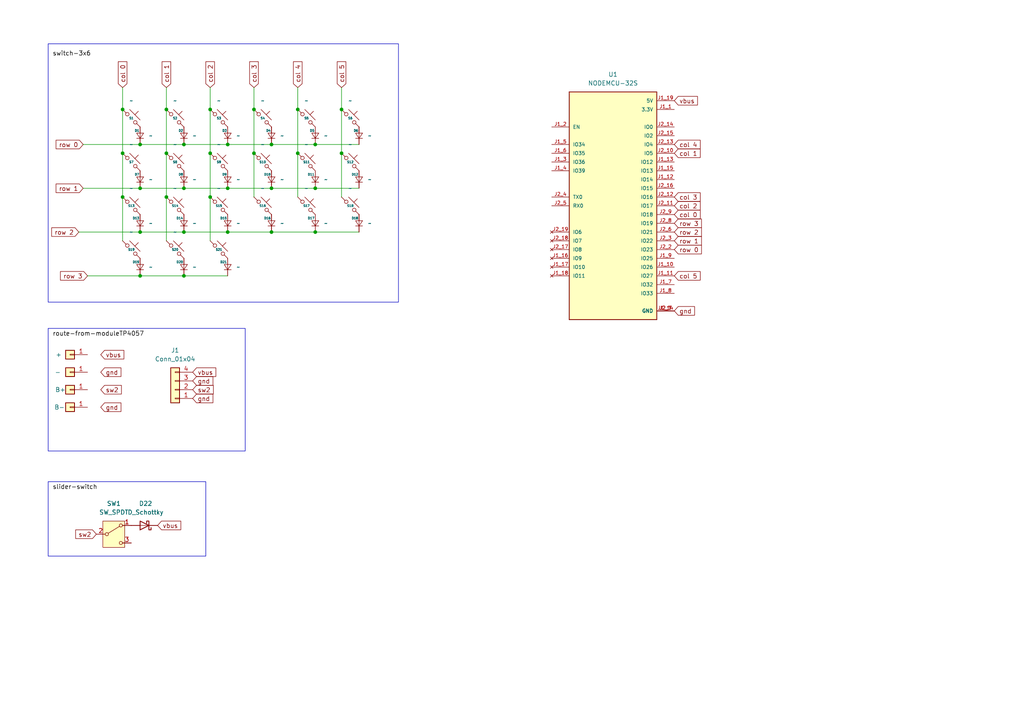
<source format=kicad_sch>
(kicad_sch
	(version 20250114)
	(generator "eeschema")
	(generator_version "9.0")
	(uuid "3110ff8b-8b75-4ed7-aa5c-d83393d1818a")
	(paper "A4")
	(lib_symbols
		(symbol "Connector_Generic:Conn_01x01"
			(pin_names
				(offset 1.016)
				(hide yes)
			)
			(exclude_from_sim no)
			(in_bom yes)
			(on_board yes)
			(property "Reference" "J"
				(at 0 2.54 0)
				(effects
					(font
						(size 1.27 1.27)
					)
				)
			)
			(property "Value" "Conn_01x01"
				(at 0 -2.54 0)
				(effects
					(font
						(size 1.27 1.27)
					)
				)
			)
			(property "Footprint" ""
				(at 0 0 0)
				(effects
					(font
						(size 1.27 1.27)
					)
					(hide yes)
				)
			)
			(property "Datasheet" "~"
				(at 0 0 0)
				(effects
					(font
						(size 1.27 1.27)
					)
					(hide yes)
				)
			)
			(property "Description" "Generic connector, single row, 01x01, script generated (kicad-library-utils/schlib/autogen/connector/)"
				(at 0 0 0)
				(effects
					(font
						(size 1.27 1.27)
					)
					(hide yes)
				)
			)
			(property "ki_keywords" "connector"
				(at 0 0 0)
				(effects
					(font
						(size 1.27 1.27)
					)
					(hide yes)
				)
			)
			(property "ki_fp_filters" "Connector*:*_1x??_*"
				(at 0 0 0)
				(effects
					(font
						(size 1.27 1.27)
					)
					(hide yes)
				)
			)
			(symbol "Conn_01x01_1_1"
				(rectangle
					(start -1.27 1.27)
					(end 1.27 -1.27)
					(stroke
						(width 0.254)
						(type default)
					)
					(fill
						(type background)
					)
				)
				(rectangle
					(start -1.27 0.127)
					(end 0 -0.127)
					(stroke
						(width 0.1524)
						(type default)
					)
					(fill
						(type none)
					)
				)
				(pin passive line
					(at -5.08 0 0)
					(length 3.81)
					(name "Pin_1"
						(effects
							(font
								(size 1.27 1.27)
							)
						)
					)
					(number "1"
						(effects
							(font
								(size 1.27 1.27)
							)
						)
					)
				)
			)
			(embedded_fonts no)
		)
		(symbol "Connector_Generic:Conn_01x04"
			(pin_names
				(offset 1.016)
				(hide yes)
			)
			(exclude_from_sim no)
			(in_bom yes)
			(on_board yes)
			(property "Reference" "J"
				(at 0 5.08 0)
				(effects
					(font
						(size 1.27 1.27)
					)
				)
			)
			(property "Value" "Conn_01x04"
				(at 0 -7.62 0)
				(effects
					(font
						(size 1.27 1.27)
					)
				)
			)
			(property "Footprint" ""
				(at 0 0 0)
				(effects
					(font
						(size 1.27 1.27)
					)
					(hide yes)
				)
			)
			(property "Datasheet" "~"
				(at 0 0 0)
				(effects
					(font
						(size 1.27 1.27)
					)
					(hide yes)
				)
			)
			(property "Description" "Generic connector, single row, 01x04, script generated (kicad-library-utils/schlib/autogen/connector/)"
				(at 0 0 0)
				(effects
					(font
						(size 1.27 1.27)
					)
					(hide yes)
				)
			)
			(property "ki_keywords" "connector"
				(at 0 0 0)
				(effects
					(font
						(size 1.27 1.27)
					)
					(hide yes)
				)
			)
			(property "ki_fp_filters" "Connector*:*_1x??_*"
				(at 0 0 0)
				(effects
					(font
						(size 1.27 1.27)
					)
					(hide yes)
				)
			)
			(symbol "Conn_01x04_1_1"
				(rectangle
					(start -1.27 3.81)
					(end 1.27 -6.35)
					(stroke
						(width 0.254)
						(type default)
					)
					(fill
						(type background)
					)
				)
				(rectangle
					(start -1.27 2.667)
					(end 0 2.413)
					(stroke
						(width 0.1524)
						(type default)
					)
					(fill
						(type none)
					)
				)
				(rectangle
					(start -1.27 0.127)
					(end 0 -0.127)
					(stroke
						(width 0.1524)
						(type default)
					)
					(fill
						(type none)
					)
				)
				(rectangle
					(start -1.27 -2.413)
					(end 0 -2.667)
					(stroke
						(width 0.1524)
						(type default)
					)
					(fill
						(type none)
					)
				)
				(rectangle
					(start -1.27 -4.953)
					(end 0 -5.207)
					(stroke
						(width 0.1524)
						(type default)
					)
					(fill
						(type none)
					)
				)
				(pin passive line
					(at -5.08 2.54 0)
					(length 3.81)
					(name "Pin_1"
						(effects
							(font
								(size 1.27 1.27)
							)
						)
					)
					(number "1"
						(effects
							(font
								(size 1.27 1.27)
							)
						)
					)
				)
				(pin passive line
					(at -5.08 0 0)
					(length 3.81)
					(name "Pin_2"
						(effects
							(font
								(size 1.27 1.27)
							)
						)
					)
					(number "2"
						(effects
							(font
								(size 1.27 1.27)
							)
						)
					)
				)
				(pin passive line
					(at -5.08 -2.54 0)
					(length 3.81)
					(name "Pin_3"
						(effects
							(font
								(size 1.27 1.27)
							)
						)
					)
					(number "3"
						(effects
							(font
								(size 1.27 1.27)
							)
						)
					)
				)
				(pin passive line
					(at -5.08 -5.08 0)
					(length 3.81)
					(name "Pin_4"
						(effects
							(font
								(size 1.27 1.27)
							)
						)
					)
					(number "4"
						(effects
							(font
								(size 1.27 1.27)
							)
						)
					)
				)
			)
			(embedded_fonts no)
		)
		(symbol "Device:D_Schottky"
			(pin_numbers
				(hide yes)
			)
			(pin_names
				(offset 1.016)
				(hide yes)
			)
			(exclude_from_sim no)
			(in_bom yes)
			(on_board yes)
			(property "Reference" "D"
				(at 0 2.54 0)
				(effects
					(font
						(size 1.27 1.27)
					)
				)
			)
			(property "Value" "D_Schottky"
				(at 0 -2.54 0)
				(effects
					(font
						(size 1.27 1.27)
					)
				)
			)
			(property "Footprint" ""
				(at 0 0 0)
				(effects
					(font
						(size 1.27 1.27)
					)
					(hide yes)
				)
			)
			(property "Datasheet" "~"
				(at 0 0 0)
				(effects
					(font
						(size 1.27 1.27)
					)
					(hide yes)
				)
			)
			(property "Description" "Schottky diode"
				(at 0 0 0)
				(effects
					(font
						(size 1.27 1.27)
					)
					(hide yes)
				)
			)
			(property "ki_keywords" "diode Schottky"
				(at 0 0 0)
				(effects
					(font
						(size 1.27 1.27)
					)
					(hide yes)
				)
			)
			(property "ki_fp_filters" "TO-???* *_Diode_* *SingleDiode* D_*"
				(at 0 0 0)
				(effects
					(font
						(size 1.27 1.27)
					)
					(hide yes)
				)
			)
			(symbol "D_Schottky_0_1"
				(polyline
					(pts
						(xy -1.905 0.635) (xy -1.905 1.27) (xy -1.27 1.27) (xy -1.27 -1.27) (xy -0.635 -1.27) (xy -0.635 -0.635)
					)
					(stroke
						(width 0.254)
						(type default)
					)
					(fill
						(type none)
					)
				)
				(polyline
					(pts
						(xy 1.27 1.27) (xy 1.27 -1.27) (xy -1.27 0) (xy 1.27 1.27)
					)
					(stroke
						(width 0.254)
						(type default)
					)
					(fill
						(type none)
					)
				)
				(polyline
					(pts
						(xy 1.27 0) (xy -1.27 0)
					)
					(stroke
						(width 0)
						(type default)
					)
					(fill
						(type none)
					)
				)
			)
			(symbol "D_Schottky_1_1"
				(pin passive line
					(at -3.81 0 0)
					(length 2.54)
					(name "K"
						(effects
							(font
								(size 1.27 1.27)
							)
						)
					)
					(number "1"
						(effects
							(font
								(size 1.27 1.27)
							)
						)
					)
				)
				(pin passive line
					(at 3.81 0 180)
					(length 2.54)
					(name "A"
						(effects
							(font
								(size 1.27 1.27)
							)
						)
					)
					(number "2"
						(effects
							(font
								(size 1.27 1.27)
							)
						)
					)
				)
			)
			(embedded_fonts no)
		)
		(symbol "NODEMCU-32S:NODEMCU-32S"
			(pin_names
				(offset 1.016)
			)
			(exclude_from_sim no)
			(in_bom yes)
			(on_board yes)
			(property "Reference" "U"
				(at -12.7 33.782 0)
				(effects
					(font
						(size 1.27 1.27)
					)
					(justify left bottom)
				)
			)
			(property "Value" "NODEMCU-32S"
				(at -12.7 -35.56 0)
				(effects
					(font
						(size 1.27 1.27)
					)
					(justify left bottom)
				)
			)
			(property "Footprint" "MODULE_NODEMCU-32S"
				(at 0 0 0)
				(effects
					(font
						(size 1.27 1.27)
					)
					(justify left bottom)
					(hide yes)
				)
			)
			(property "Datasheet" ""
				(at 0 0 0)
				(effects
					(font
						(size 1.27 1.27)
					)
					(justify left bottom)
					(hide yes)
				)
			)
			(property "Description" ""
				(at 0 0 0)
				(effects
					(font
						(size 1.27 1.27)
					)
					(hide yes)
				)
			)
			(property "PARTREV" "V1"
				(at 0 0 0)
				(effects
					(font
						(size 1.27 1.27)
					)
					(justify left bottom)
					(hide yes)
				)
			)
			(property "STANDARD" "Manufacturer Recommendations"
				(at 0 0 0)
				(effects
					(font
						(size 1.27 1.27)
					)
					(justify left bottom)
					(hide yes)
				)
			)
			(property "MAXIMUM_PACKAGE_HEIGHT" "3.00mm"
				(at 0 0 0)
				(effects
					(font
						(size 1.27 1.27)
					)
					(justify left bottom)
					(hide yes)
				)
			)
			(property "MANUFACTURER" "AI-Thinker"
				(at 0 0 0)
				(effects
					(font
						(size 1.27 1.27)
					)
					(justify left bottom)
					(hide yes)
				)
			)
			(property "ki_locked" ""
				(at 0 0 0)
				(effects
					(font
						(size 1.27 1.27)
					)
				)
			)
			(symbol "NODEMCU-32S_0_0"
				(rectangle
					(start -12.7 -33.02)
					(end 12.7 33.02)
					(stroke
						(width 0.254)
						(type solid)
					)
					(fill
						(type background)
					)
				)
				(pin input line
					(at -17.78 22.86 0)
					(length 5.08)
					(name "EN"
						(effects
							(font
								(size 1.016 1.016)
							)
						)
					)
					(number "J1_2"
						(effects
							(font
								(size 1.016 1.016)
							)
						)
					)
				)
				(pin input line
					(at -17.78 17.78 0)
					(length 5.08)
					(name "IO34"
						(effects
							(font
								(size 1.016 1.016)
							)
						)
					)
					(number "J1_5"
						(effects
							(font
								(size 1.016 1.016)
							)
						)
					)
				)
				(pin input line
					(at -17.78 15.24 0)
					(length 5.08)
					(name "IO35"
						(effects
							(font
								(size 1.016 1.016)
							)
						)
					)
					(number "J1_6"
						(effects
							(font
								(size 1.016 1.016)
							)
						)
					)
				)
				(pin input line
					(at -17.78 12.7 0)
					(length 5.08)
					(name "IO36"
						(effects
							(font
								(size 1.016 1.016)
							)
						)
					)
					(number "J1_3"
						(effects
							(font
								(size 1.016 1.016)
							)
						)
					)
				)
				(pin input line
					(at -17.78 10.16 0)
					(length 5.08)
					(name "IO39"
						(effects
							(font
								(size 1.016 1.016)
							)
						)
					)
					(number "J1_4"
						(effects
							(font
								(size 1.016 1.016)
							)
						)
					)
				)
				(pin bidirectional line
					(at -17.78 2.54 0)
					(length 5.08)
					(name "TX0"
						(effects
							(font
								(size 1.016 1.016)
							)
						)
					)
					(number "J2_4"
						(effects
							(font
								(size 1.016 1.016)
							)
						)
					)
				)
				(pin bidirectional line
					(at -17.78 0 0)
					(length 5.08)
					(name "RX0"
						(effects
							(font
								(size 1.016 1.016)
							)
						)
					)
					(number "J2_5"
						(effects
							(font
								(size 1.016 1.016)
							)
						)
					)
				)
				(pin no_connect line
					(at -17.78 -7.62 0)
					(length 5.08)
					(name "IO6"
						(effects
							(font
								(size 1.016 1.016)
							)
						)
					)
					(number "J2_19"
						(effects
							(font
								(size 1.016 1.016)
							)
						)
					)
				)
				(pin no_connect line
					(at -17.78 -10.16 0)
					(length 5.08)
					(name "IO7"
						(effects
							(font
								(size 1.016 1.016)
							)
						)
					)
					(number "J2_18"
						(effects
							(font
								(size 1.016 1.016)
							)
						)
					)
				)
				(pin no_connect line
					(at -17.78 -12.7 0)
					(length 5.08)
					(name "IO8"
						(effects
							(font
								(size 1.016 1.016)
							)
						)
					)
					(number "J2_17"
						(effects
							(font
								(size 1.016 1.016)
							)
						)
					)
				)
				(pin no_connect line
					(at -17.78 -15.24 0)
					(length 5.08)
					(name "IO9"
						(effects
							(font
								(size 1.016 1.016)
							)
						)
					)
					(number "J1_16"
						(effects
							(font
								(size 1.016 1.016)
							)
						)
					)
				)
				(pin no_connect line
					(at -17.78 -17.78 0)
					(length 5.08)
					(name "IO10"
						(effects
							(font
								(size 1.016 1.016)
							)
						)
					)
					(number "J1_17"
						(effects
							(font
								(size 1.016 1.016)
							)
						)
					)
				)
				(pin no_connect line
					(at -17.78 -20.32 0)
					(length 5.08)
					(name "IO11"
						(effects
							(font
								(size 1.016 1.016)
							)
						)
					)
					(number "J1_18"
						(effects
							(font
								(size 1.016 1.016)
							)
						)
					)
				)
				(pin power_in line
					(at 17.78 30.48 180)
					(length 5.08)
					(name "5V"
						(effects
							(font
								(size 1.016 1.016)
							)
						)
					)
					(number "J1_19"
						(effects
							(font
								(size 1.016 1.016)
							)
						)
					)
				)
				(pin power_in line
					(at 17.78 27.94 180)
					(length 5.08)
					(name "3.3V"
						(effects
							(font
								(size 1.016 1.016)
							)
						)
					)
					(number "J1_1"
						(effects
							(font
								(size 1.016 1.016)
							)
						)
					)
				)
				(pin bidirectional line
					(at 17.78 22.86 180)
					(length 5.08)
					(name "IO0"
						(effects
							(font
								(size 1.016 1.016)
							)
						)
					)
					(number "J2_14"
						(effects
							(font
								(size 1.016 1.016)
							)
						)
					)
				)
				(pin bidirectional line
					(at 17.78 20.32 180)
					(length 5.08)
					(name "IO2"
						(effects
							(font
								(size 1.016 1.016)
							)
						)
					)
					(number "J2_15"
						(effects
							(font
								(size 1.016 1.016)
							)
						)
					)
				)
				(pin bidirectional line
					(at 17.78 17.78 180)
					(length 5.08)
					(name "IO4"
						(effects
							(font
								(size 1.016 1.016)
							)
						)
					)
					(number "J2_13"
						(effects
							(font
								(size 1.016 1.016)
							)
						)
					)
				)
				(pin bidirectional line
					(at 17.78 15.24 180)
					(length 5.08)
					(name "IO5"
						(effects
							(font
								(size 1.016 1.016)
							)
						)
					)
					(number "J2_10"
						(effects
							(font
								(size 1.016 1.016)
							)
						)
					)
				)
				(pin bidirectional line
					(at 17.78 12.7 180)
					(length 5.08)
					(name "IO12"
						(effects
							(font
								(size 1.016 1.016)
							)
						)
					)
					(number "J1_13"
						(effects
							(font
								(size 1.016 1.016)
							)
						)
					)
				)
				(pin bidirectional line
					(at 17.78 10.16 180)
					(length 5.08)
					(name "IO13"
						(effects
							(font
								(size 1.016 1.016)
							)
						)
					)
					(number "J1_15"
						(effects
							(font
								(size 1.016 1.016)
							)
						)
					)
				)
				(pin bidirectional line
					(at 17.78 7.62 180)
					(length 5.08)
					(name "IO14"
						(effects
							(font
								(size 1.016 1.016)
							)
						)
					)
					(number "J1_12"
						(effects
							(font
								(size 1.016 1.016)
							)
						)
					)
				)
				(pin bidirectional line
					(at 17.78 5.08 180)
					(length 5.08)
					(name "IO15"
						(effects
							(font
								(size 1.016 1.016)
							)
						)
					)
					(number "J2_16"
						(effects
							(font
								(size 1.016 1.016)
							)
						)
					)
				)
				(pin bidirectional line
					(at 17.78 2.54 180)
					(length 5.08)
					(name "IO16"
						(effects
							(font
								(size 1.016 1.016)
							)
						)
					)
					(number "J2_12"
						(effects
							(font
								(size 1.016 1.016)
							)
						)
					)
				)
				(pin bidirectional line
					(at 17.78 0 180)
					(length 5.08)
					(name "IO17"
						(effects
							(font
								(size 1.016 1.016)
							)
						)
					)
					(number "J2_11"
						(effects
							(font
								(size 1.016 1.016)
							)
						)
					)
				)
				(pin bidirectional line
					(at 17.78 -2.54 180)
					(length 5.08)
					(name "IO18"
						(effects
							(font
								(size 1.016 1.016)
							)
						)
					)
					(number "J2_9"
						(effects
							(font
								(size 1.016 1.016)
							)
						)
					)
				)
				(pin bidirectional line
					(at 17.78 -5.08 180)
					(length 5.08)
					(name "IO19"
						(effects
							(font
								(size 1.016 1.016)
							)
						)
					)
					(number "J2_8"
						(effects
							(font
								(size 1.016 1.016)
							)
						)
					)
				)
				(pin bidirectional line
					(at 17.78 -7.62 180)
					(length 5.08)
					(name "IO21"
						(effects
							(font
								(size 1.016 1.016)
							)
						)
					)
					(number "J2_6"
						(effects
							(font
								(size 1.016 1.016)
							)
						)
					)
				)
				(pin bidirectional line
					(at 17.78 -10.16 180)
					(length 5.08)
					(name "IO22"
						(effects
							(font
								(size 1.016 1.016)
							)
						)
					)
					(number "J2_3"
						(effects
							(font
								(size 1.016 1.016)
							)
						)
					)
				)
				(pin bidirectional line
					(at 17.78 -12.7 180)
					(length 5.08)
					(name "IO23"
						(effects
							(font
								(size 1.016 1.016)
							)
						)
					)
					(number "J2_2"
						(effects
							(font
								(size 1.016 1.016)
							)
						)
					)
				)
				(pin bidirectional line
					(at 17.78 -15.24 180)
					(length 5.08)
					(name "IO25"
						(effects
							(font
								(size 1.016 1.016)
							)
						)
					)
					(number "J1_9"
						(effects
							(font
								(size 1.016 1.016)
							)
						)
					)
				)
				(pin bidirectional line
					(at 17.78 -17.78 180)
					(length 5.08)
					(name "IO26"
						(effects
							(font
								(size 1.016 1.016)
							)
						)
					)
					(number "J1_10"
						(effects
							(font
								(size 1.016 1.016)
							)
						)
					)
				)
				(pin bidirectional line
					(at 17.78 -20.32 180)
					(length 5.08)
					(name "IO27"
						(effects
							(font
								(size 1.016 1.016)
							)
						)
					)
					(number "J1_11"
						(effects
							(font
								(size 1.016 1.016)
							)
						)
					)
				)
				(pin bidirectional line
					(at 17.78 -22.86 180)
					(length 5.08)
					(name "IO32"
						(effects
							(font
								(size 1.016 1.016)
							)
						)
					)
					(number "J1_7"
						(effects
							(font
								(size 1.016 1.016)
							)
						)
					)
				)
				(pin bidirectional line
					(at 17.78 -25.4 180)
					(length 5.08)
					(name "IO33"
						(effects
							(font
								(size 1.016 1.016)
							)
						)
					)
					(number "J1_8"
						(effects
							(font
								(size 1.016 1.016)
							)
						)
					)
				)
				(pin power_in line
					(at 17.78 -30.48 180)
					(length 5.08)
					(name "GND"
						(effects
							(font
								(size 1.016 1.016)
							)
						)
					)
					(number "J1_14"
						(effects
							(font
								(size 1.016 1.016)
							)
						)
					)
				)
				(pin power_in line
					(at 17.78 -30.48 180)
					(length 5.08)
					(name "GND"
						(effects
							(font
								(size 1.016 1.016)
							)
						)
					)
					(number "J2_1"
						(effects
							(font
								(size 1.016 1.016)
							)
						)
					)
				)
				(pin power_in line
					(at 17.78 -30.48 180)
					(length 5.08)
					(name "GND"
						(effects
							(font
								(size 1.016 1.016)
							)
						)
					)
					(number "J2_7"
						(effects
							(font
								(size 1.016 1.016)
							)
						)
					)
				)
			)
			(embedded_fonts no)
		)
		(symbol "ScottoKeebs:Placeholder_Diode"
			(pin_numbers
				(hide yes)
			)
			(pin_names
				(hide yes)
			)
			(exclude_from_sim no)
			(in_bom yes)
			(on_board yes)
			(property "Reference" "D"
				(at -0.15 1.066 0)
				(do_not_autoplace)
				(effects
					(font
						(size 0.635 0.635)
						(thickness 0.127)
						(bold yes)
					)
					(justify right bottom)
				)
			)
			(property "Value" ""
				(at 2.54 0 90)
				(effects
					(font
						(size 1.27 1.27)
					)
				)
			)
			(property "Footprint" ""
				(at 0 0 90)
				(effects
					(font
						(size 1.27 1.27)
					)
					(hide yes)
				)
			)
			(property "Datasheet" ""
				(at 0 0 90)
				(effects
					(font
						(size 1.27 1.27)
					)
					(hide yes)
				)
			)
			(property "Description" ""
				(at 3.81 0 90)
				(effects
					(font
						(size 1.27 1.27)
					)
					(hide yes)
				)
			)
			(property "ki_keywords" "diode"
				(at 0 0 0)
				(effects
					(font
						(size 1.27 1.27)
					)
					(hide yes)
				)
			)
			(property "ki_fp_filters" "D*DO?35*"
				(at 0 0 0)
				(effects
					(font
						(size 1.27 1.27)
					)
					(hide yes)
				)
			)
			(symbol "Placeholder_Diode_0_1"
				(polyline
					(pts
						(xy 0 -0.762) (xy 0 0.762)
					)
					(stroke
						(width 0)
						(type default)
					)
					(fill
						(type none)
					)
				)
			)
			(symbol "Placeholder_Diode_1_1"
				(polyline
					(pts
						(xy 1.016 0.762) (xy 0 -0.762) (xy -1.016 0.762) (xy 1.016 0.762)
					)
					(stroke
						(width 0.1524)
						(type default)
					)
					(fill
						(type none)
					)
				)
				(polyline
					(pts
						(xy 1.016 -0.762) (xy -1.016 -0.762)
					)
					(stroke
						(width 0.1524)
						(type default)
					)
					(fill
						(type none)
					)
				)
				(pin passive line
					(at 0 2.54 270)
					(length 1.778)
					(name "A"
						(effects
							(font
								(size 1.27 1.27)
							)
						)
					)
					(number "2"
						(effects
							(font
								(size 1.27 1.27)
							)
						)
					)
				)
				(pin passive line
					(at 0 -2.54 90)
					(length 1.778)
					(name "K"
						(effects
							(font
								(size 1.27 1.27)
							)
						)
					)
					(number "1"
						(effects
							(font
								(size 1.27 1.27)
							)
						)
					)
				)
			)
			(embedded_fonts no)
		)
		(symbol "ScottoKeebs:Placeholder_Keyswitch"
			(pin_numbers
				(hide yes)
			)
			(pin_names
				(offset 1.016)
				(hide yes)
			)
			(exclude_from_sim no)
			(in_bom yes)
			(on_board yes)
			(property "Reference" "S"
				(at 0 0 0)
				(do_not_autoplace)
				(effects
					(font
						(size 0.635 0.635)
						(thickness 0.127)
						(bold yes)
					)
				)
			)
			(property "Value" ""
				(at 0 -3.81 0)
				(effects
					(font
						(size 1.27 1.27)
					)
				)
			)
			(property "Footprint" ""
				(at 0 0 0)
				(effects
					(font
						(size 1.27 1.27)
					)
					(hide yes)
				)
			)
			(property "Datasheet" ""
				(at -2.54 -1.778 0)
				(effects
					(font
						(size 1.27 1.27)
					)
					(hide yes)
				)
			)
			(property "Description" ""
				(at 0 0 0)
				(effects
					(font
						(size 1.27 1.27)
					)
					(hide yes)
				)
			)
			(property "ki_keywords" "switch normally-open pushbutton push-button"
				(at 0 0 0)
				(effects
					(font
						(size 1.27 1.27)
					)
					(hide yes)
				)
			)
			(symbol "Placeholder_Keyswitch_0_1"
				(polyline
					(pts
						(xy -2.54 2.54) (xy -1.524 1.524) (xy -1.524 1.524)
					)
					(stroke
						(width 0)
						(type default)
					)
					(fill
						(type none)
					)
				)
				(circle
					(center -1.1684 1.1684)
					(radius 0.508)
					(stroke
						(width 0)
						(type default)
					)
					(fill
						(type none)
					)
				)
				(polyline
					(pts
						(xy -0.508 2.54) (xy 2.54 -0.508)
					)
					(stroke
						(width 0)
						(type default)
					)
					(fill
						(type none)
					)
				)
				(polyline
					(pts
						(xy 1.016 1.016) (xy 2.032 2.032)
					)
					(stroke
						(width 0)
						(type default)
					)
					(fill
						(type none)
					)
				)
				(circle
					(center 1.143 -1.1938)
					(radius 0.508)
					(stroke
						(width 0)
						(type default)
					)
					(fill
						(type none)
					)
				)
				(polyline
					(pts
						(xy 1.524 -1.524) (xy 2.54 -2.54) (xy 2.54 -2.54) (xy 2.54 -2.54)
					)
					(stroke
						(width 0)
						(type default)
					)
					(fill
						(type none)
					)
				)
				(pin passive line
					(at -2.54 2.54 0)
					(length 0)
					(name "1"
						(effects
							(font
								(size 1.27 1.27)
							)
						)
					)
					(number "1"
						(effects
							(font
								(size 1.27 1.27)
							)
						)
					)
				)
				(pin passive line
					(at 2.54 -2.54 180)
					(length 0)
					(name "2"
						(effects
							(font
								(size 1.27 1.27)
							)
						)
					)
					(number "2"
						(effects
							(font
								(size 1.27 1.27)
							)
						)
					)
				)
			)
			(embedded_fonts no)
		)
		(symbol "Switch:SW_SPDT"
			(pin_names
				(offset 0)
				(hide yes)
			)
			(exclude_from_sim no)
			(in_bom yes)
			(on_board yes)
			(property "Reference" "SW"
				(at 0 5.08 0)
				(effects
					(font
						(size 1.27 1.27)
					)
				)
			)
			(property "Value" "SW_SPDT"
				(at 0 -5.08 0)
				(effects
					(font
						(size 1.27 1.27)
					)
				)
			)
			(property "Footprint" ""
				(at 0 0 0)
				(effects
					(font
						(size 1.27 1.27)
					)
					(hide yes)
				)
			)
			(property "Datasheet" "~"
				(at 0 -7.62 0)
				(effects
					(font
						(size 1.27 1.27)
					)
					(hide yes)
				)
			)
			(property "Description" "Switch, single pole double throw"
				(at 0 0 0)
				(effects
					(font
						(size 1.27 1.27)
					)
					(hide yes)
				)
			)
			(property "ki_keywords" "switch single-pole double-throw spdt ON-ON"
				(at 0 0 0)
				(effects
					(font
						(size 1.27 1.27)
					)
					(hide yes)
				)
			)
			(symbol "SW_SPDT_0_1"
				(circle
					(center -2.032 0)
					(radius 0.4572)
					(stroke
						(width 0)
						(type default)
					)
					(fill
						(type none)
					)
				)
				(polyline
					(pts
						(xy -1.651 0.254) (xy 1.651 2.286)
					)
					(stroke
						(width 0)
						(type default)
					)
					(fill
						(type none)
					)
				)
				(circle
					(center 2.032 2.54)
					(radius 0.4572)
					(stroke
						(width 0)
						(type default)
					)
					(fill
						(type none)
					)
				)
				(circle
					(center 2.032 -2.54)
					(radius 0.4572)
					(stroke
						(width 0)
						(type default)
					)
					(fill
						(type none)
					)
				)
			)
			(symbol "SW_SPDT_1_1"
				(rectangle
					(start -3.175 3.81)
					(end 3.175 -3.81)
					(stroke
						(width 0)
						(type default)
					)
					(fill
						(type background)
					)
				)
				(pin passive line
					(at -5.08 0 0)
					(length 2.54)
					(name "B"
						(effects
							(font
								(size 1.27 1.27)
							)
						)
					)
					(number "2"
						(effects
							(font
								(size 1.27 1.27)
							)
						)
					)
				)
				(pin passive line
					(at 5.08 2.54 180)
					(length 2.54)
					(name "A"
						(effects
							(font
								(size 1.27 1.27)
							)
						)
					)
					(number "1"
						(effects
							(font
								(size 1.27 1.27)
							)
						)
					)
				)
				(pin passive line
					(at 5.08 -2.54 180)
					(length 2.54)
					(name "C"
						(effects
							(font
								(size 1.27 1.27)
							)
						)
					)
					(number "3"
						(effects
							(font
								(size 1.27 1.27)
							)
						)
					)
				)
			)
			(embedded_fonts no)
		)
	)
	(rectangle
		(start 13.97 95.25)
		(end 71.12 130.81)
		(stroke
			(width 0)
			(type default)
		)
		(fill
			(type none)
		)
		(uuid 8e3982e3-83c2-4a32-9933-15b4ee4a3724)
	)
	(rectangle
		(start 13.97 12.7)
		(end 115.57 87.63)
		(stroke
			(width 0)
			(type default)
		)
		(fill
			(type none)
		)
		(uuid 940fe417-a4eb-4a27-8540-af0c07a0305b)
	)
	(rectangle
		(start 13.97 139.7)
		(end 59.69 161.29)
		(stroke
			(width 0)
			(type default)
		)
		(fill
			(type none)
		)
		(uuid f1d1a549-33a1-4d6f-bb8d-18e2e814c4cb)
	)
	(junction
		(at 66.04 54.61)
		(diameter 0)
		(color 0 0 0 0)
		(uuid "0e94ed98-3a2d-48c4-8f6c-52bbcd7fcf8a")
	)
	(junction
		(at 40.64 54.61)
		(diameter 0)
		(color 0 0 0 0)
		(uuid "20f1665d-9f4b-4439-922e-d2ef95cec598")
	)
	(junction
		(at 53.34 67.31)
		(diameter 0)
		(color 0 0 0 0)
		(uuid "2aea6fef-6f2c-4006-9e45-83f20a49468e")
	)
	(junction
		(at 40.64 80.01)
		(diameter 0)
		(color 0 0 0 0)
		(uuid "3f6dbae1-5d26-43b6-8fbc-8a98e61a7abe")
	)
	(junction
		(at 78.74 67.31)
		(diameter 0)
		(color 0 0 0 0)
		(uuid "410c81f2-5ff1-4583-8232-2aed44619b3a")
	)
	(junction
		(at 66.04 67.31)
		(diameter 0)
		(color 0 0 0 0)
		(uuid "496b0106-3918-42f4-b083-bc6622a7e7e8")
	)
	(junction
		(at 40.64 67.31)
		(diameter 0)
		(color 0 0 0 0)
		(uuid "5078adc6-4263-4ff5-a750-064585feffba")
	)
	(junction
		(at 78.74 54.61)
		(diameter 0)
		(color 0 0 0 0)
		(uuid "58847c09-eb14-4718-bc7e-2a7b709eea66")
	)
	(junction
		(at 35.56 44.45)
		(diameter 0)
		(color 0 0 0 0)
		(uuid "6579e831-a0a0-498d-8ae5-47acd97b0a68")
	)
	(junction
		(at 53.34 54.61)
		(diameter 0)
		(color 0 0 0 0)
		(uuid "7056f39b-d78e-4059-8c59-cadc8f66f14e")
	)
	(junction
		(at 48.26 57.15)
		(diameter 0)
		(color 0 0 0 0)
		(uuid "736e7f9c-9d90-49e0-bad3-7a0634671278")
	)
	(junction
		(at 53.34 80.01)
		(diameter 0)
		(color 0 0 0 0)
		(uuid "78b2da95-ef28-4f7c-b1b4-a317fbb951f3")
	)
	(junction
		(at 60.96 31.75)
		(diameter 0)
		(color 0 0 0 0)
		(uuid "7cbc4dd4-9d21-439c-8a18-a9bcee8dbd36")
	)
	(junction
		(at 99.06 44.45)
		(diameter 0)
		(color 0 0 0 0)
		(uuid "85fe828c-64b6-4db5-9d9a-bb101381f90f")
	)
	(junction
		(at 99.06 31.75)
		(diameter 0)
		(color 0 0 0 0)
		(uuid "87c13590-980a-46d8-8dc6-f964c7270133")
	)
	(junction
		(at 86.36 44.45)
		(diameter 0)
		(color 0 0 0 0)
		(uuid "885bd19c-73c7-4d6b-bb03-63d980d907b8")
	)
	(junction
		(at 35.56 57.15)
		(diameter 0)
		(color 0 0 0 0)
		(uuid "896f88f8-3f56-4c4f-b7e8-db4548b406d2")
	)
	(junction
		(at 60.96 44.45)
		(diameter 0)
		(color 0 0 0 0)
		(uuid "89a0697b-0138-4cf5-9ee9-3c2e7fec3898")
	)
	(junction
		(at 60.96 57.15)
		(diameter 0)
		(color 0 0 0 0)
		(uuid "8b4c3d5d-2f1f-4ba0-b8ac-a2db26df22b2")
	)
	(junction
		(at 40.64 41.91)
		(diameter 0)
		(color 0 0 0 0)
		(uuid "8dd31f39-6b59-4a47-80f6-f5b9569e62f5")
	)
	(junction
		(at 48.26 31.75)
		(diameter 0)
		(color 0 0 0 0)
		(uuid "9165d0a0-dfdd-4f57-b5f1-7a4d383a83e4")
	)
	(junction
		(at 53.34 41.91)
		(diameter 0)
		(color 0 0 0 0)
		(uuid "97b33f1f-1b99-4157-80db-d40f7d98f830")
	)
	(junction
		(at 86.36 31.75)
		(diameter 0)
		(color 0 0 0 0)
		(uuid "b99ff10b-356a-44bb-abae-01c9f3a3658b")
	)
	(junction
		(at 91.44 41.91)
		(diameter 0)
		(color 0 0 0 0)
		(uuid "bce5f510-b213-456c-bc53-4f27c872287b")
	)
	(junction
		(at 66.04 41.91)
		(diameter 0)
		(color 0 0 0 0)
		(uuid "c9c117b9-781f-438a-8a06-bad882f040bf")
	)
	(junction
		(at 91.44 67.31)
		(diameter 0)
		(color 0 0 0 0)
		(uuid "ca412ef6-b8d4-4353-a81d-6f7827b05807")
	)
	(junction
		(at 91.44 54.61)
		(diameter 0)
		(color 0 0 0 0)
		(uuid "cb38d9ff-e2b6-4905-a286-78ca391bf0c2")
	)
	(junction
		(at 78.74 41.91)
		(diameter 0)
		(color 0 0 0 0)
		(uuid "cf12588d-586a-4844-b67c-88fbe07f5397")
	)
	(junction
		(at 35.56 31.75)
		(diameter 0)
		(color 0 0 0 0)
		(uuid "de4b8ad7-20e1-4eca-be59-b2362e60b5a9")
	)
	(junction
		(at 73.66 44.45)
		(diameter 0)
		(color 0 0 0 0)
		(uuid "ee3550c6-856f-4859-a192-8340c65326b0")
	)
	(junction
		(at 48.26 44.45)
		(diameter 0)
		(color 0 0 0 0)
		(uuid "f3998746-b970-4bba-9e9b-0f831b276b47")
	)
	(junction
		(at 73.66 31.75)
		(diameter 0)
		(color 0 0 0 0)
		(uuid "fd5a9a69-83be-4566-ac52-52af1c745fe3")
	)
	(wire
		(pts
			(xy 91.44 67.31) (xy 104.14 67.31)
		)
		(stroke
			(width 0)
			(type default)
		)
		(uuid "033d1897-ef6f-461c-acc3-595b68b1b7fe")
	)
	(wire
		(pts
			(xy 53.34 80.01) (xy 66.04 80.01)
		)
		(stroke
			(width 0)
			(type default)
		)
		(uuid "06db0a52-b3ca-4379-bff2-36d1e578367b")
	)
	(wire
		(pts
			(xy 99.06 31.75) (xy 99.06 44.45)
		)
		(stroke
			(width 0)
			(type default)
		)
		(uuid "0b23cf51-6e55-4a7f-99c7-91a827c6f911")
	)
	(wire
		(pts
			(xy 24.13 41.91) (xy 40.64 41.91)
		)
		(stroke
			(width 0)
			(type default)
		)
		(uuid "0fc78884-26d8-476b-807b-13b29bf0de92")
	)
	(wire
		(pts
			(xy 48.26 25.4) (xy 48.26 31.75)
		)
		(stroke
			(width 0)
			(type default)
		)
		(uuid "14e51746-260c-42df-b8ba-ee4538e49bbe")
	)
	(wire
		(pts
			(xy 40.64 80.01) (xy 53.34 80.01)
		)
		(stroke
			(width 0)
			(type default)
		)
		(uuid "24d7d0d2-2985-48bd-8c97-2e5d7de6839d")
	)
	(wire
		(pts
			(xy 60.96 44.45) (xy 60.96 57.15)
		)
		(stroke
			(width 0)
			(type default)
		)
		(uuid "2fc20424-e3ed-493f-8ed6-40c706298c0d")
	)
	(wire
		(pts
			(xy 99.06 44.45) (xy 99.06 57.15)
		)
		(stroke
			(width 0)
			(type default)
		)
		(uuid "39beac4d-276d-4c97-b4d7-1376dd89a33f")
	)
	(wire
		(pts
			(xy 48.26 44.45) (xy 48.26 57.15)
		)
		(stroke
			(width 0)
			(type default)
		)
		(uuid "39d8ffc9-72d9-4e09-85a7-44a97e8e4a04")
	)
	(wire
		(pts
			(xy 40.64 41.91) (xy 53.34 41.91)
		)
		(stroke
			(width 0)
			(type default)
		)
		(uuid "4d60f8db-be4d-49c6-9096-c6d1031d4ddf")
	)
	(wire
		(pts
			(xy 60.96 57.15) (xy 60.96 69.85)
		)
		(stroke
			(width 0)
			(type default)
		)
		(uuid "5306085d-ed42-41a0-8f7f-4503ef74adfc")
	)
	(wire
		(pts
			(xy 35.56 57.15) (xy 35.56 69.85)
		)
		(stroke
			(width 0)
			(type default)
		)
		(uuid "5eb50e85-7ee6-4f91-9dcc-3a94201ba620")
	)
	(wire
		(pts
			(xy 35.56 44.45) (xy 35.56 57.15)
		)
		(stroke
			(width 0)
			(type default)
		)
		(uuid "6149b6c0-90b4-4590-a41a-7b83a8181dc2")
	)
	(wire
		(pts
			(xy 53.34 41.91) (xy 66.04 41.91)
		)
		(stroke
			(width 0)
			(type default)
		)
		(uuid "6280f1b5-b66d-4b1a-a8c6-fa566f42259d")
	)
	(wire
		(pts
			(xy 53.34 54.61) (xy 66.04 54.61)
		)
		(stroke
			(width 0)
			(type default)
		)
		(uuid "62a28864-4d03-4d00-868d-fe151a4f0da1")
	)
	(wire
		(pts
			(xy 73.66 25.4) (xy 73.66 31.75)
		)
		(stroke
			(width 0)
			(type default)
		)
		(uuid "6840f969-85dc-4a98-809a-26cb425a9ed9")
	)
	(wire
		(pts
			(xy 86.36 44.45) (xy 86.36 57.15)
		)
		(stroke
			(width 0)
			(type default)
		)
		(uuid "69575ab2-9b51-46a5-90e3-dbd1f45b0091")
	)
	(wire
		(pts
			(xy 24.13 54.61) (xy 40.64 54.61)
		)
		(stroke
			(width 0)
			(type default)
		)
		(uuid "726a407c-70bf-477e-898a-278b88be49ea")
	)
	(wire
		(pts
			(xy 91.44 41.91) (xy 104.14 41.91)
		)
		(stroke
			(width 0)
			(type default)
		)
		(uuid "742574d8-1040-4c64-bb26-18964f0f95c8")
	)
	(wire
		(pts
			(xy 73.66 31.75) (xy 73.66 44.45)
		)
		(stroke
			(width 0)
			(type default)
		)
		(uuid "7706cfd0-1330-4220-996d-206c75c669f5")
	)
	(wire
		(pts
			(xy 78.74 54.61) (xy 91.44 54.61)
		)
		(stroke
			(width 0)
			(type default)
		)
		(uuid "77717e14-f0d2-4628-b0d4-8502ff9fbec8")
	)
	(wire
		(pts
			(xy 60.96 25.4) (xy 60.96 31.75)
		)
		(stroke
			(width 0)
			(type default)
		)
		(uuid "78da0240-ec6a-4fed-9be9-e857e898813f")
	)
	(wire
		(pts
			(xy 86.36 31.75) (xy 86.36 44.45)
		)
		(stroke
			(width 0)
			(type default)
		)
		(uuid "890ae518-8e56-4d56-a64a-f6eea88574e4")
	)
	(wire
		(pts
			(xy 53.34 67.31) (xy 66.04 67.31)
		)
		(stroke
			(width 0)
			(type default)
		)
		(uuid "95f80ed2-c619-473b-9286-b4c17c9f8847")
	)
	(wire
		(pts
			(xy 35.56 25.4) (xy 35.56 31.75)
		)
		(stroke
			(width 0)
			(type default)
		)
		(uuid "a38a7fb9-f84e-4716-b328-c67d9a18c67f")
	)
	(wire
		(pts
			(xy 73.66 44.45) (xy 73.66 57.15)
		)
		(stroke
			(width 0)
			(type default)
		)
		(uuid "a5141ab5-cc22-4f2f-afd3-d3aa1782fee2")
	)
	(wire
		(pts
			(xy 35.56 31.75) (xy 35.56 44.45)
		)
		(stroke
			(width 0)
			(type default)
		)
		(uuid "a58bf1c7-6bac-41bf-ab49-bcd1632baeaa")
	)
	(wire
		(pts
			(xy 66.04 67.31) (xy 78.74 67.31)
		)
		(stroke
			(width 0)
			(type default)
		)
		(uuid "a63b99f1-bbcd-4d31-9bd5-2bbe40cf42d6")
	)
	(wire
		(pts
			(xy 60.96 31.75) (xy 60.96 44.45)
		)
		(stroke
			(width 0)
			(type default)
		)
		(uuid "a9cbc169-bec8-4ef3-b468-f5255b1b0381")
	)
	(wire
		(pts
			(xy 48.26 57.15) (xy 48.26 69.85)
		)
		(stroke
			(width 0)
			(type default)
		)
		(uuid "adcc4ce9-72ce-448f-8c67-8a1eaaed751b")
	)
	(wire
		(pts
			(xy 78.74 67.31) (xy 91.44 67.31)
		)
		(stroke
			(width 0)
			(type default)
		)
		(uuid "adf5c55f-287e-4507-91bf-900f7e4d855f")
	)
	(wire
		(pts
			(xy 22.86 67.31) (xy 40.64 67.31)
		)
		(stroke
			(width 0)
			(type default)
		)
		(uuid "ae1aa8e6-0f72-458b-afeb-a19310e902a9")
	)
	(wire
		(pts
			(xy 99.06 25.4) (xy 99.06 31.75)
		)
		(stroke
			(width 0)
			(type default)
		)
		(uuid "b07c1424-b0fd-42e2-a101-1fab6c5bec66")
	)
	(wire
		(pts
			(xy 78.74 41.91) (xy 91.44 41.91)
		)
		(stroke
			(width 0)
			(type default)
		)
		(uuid "b0d1484a-e219-4a17-9276-3ee13a356015")
	)
	(wire
		(pts
			(xy 91.44 54.61) (xy 104.14 54.61)
		)
		(stroke
			(width 0)
			(type default)
		)
		(uuid "bb55ede2-a541-495d-a241-52f86871fe02")
	)
	(wire
		(pts
			(xy 40.64 67.31) (xy 53.34 67.31)
		)
		(stroke
			(width 0)
			(type default)
		)
		(uuid "bd0da463-9532-480e-b262-399a639de314")
	)
	(wire
		(pts
			(xy 66.04 41.91) (xy 78.74 41.91)
		)
		(stroke
			(width 0)
			(type default)
		)
		(uuid "be4e8600-4b54-4bc6-b1c1-857b9312b1bc")
	)
	(wire
		(pts
			(xy 48.26 31.75) (xy 48.26 44.45)
		)
		(stroke
			(width 0)
			(type default)
		)
		(uuid "c37b0b78-d449-473a-bc9c-4e553cafae29")
	)
	(wire
		(pts
			(xy 86.36 25.4) (xy 86.36 31.75)
		)
		(stroke
			(width 0)
			(type default)
		)
		(uuid "d2a66444-fc3b-48e0-9b65-648737d11194")
	)
	(wire
		(pts
			(xy 66.04 54.61) (xy 78.74 54.61)
		)
		(stroke
			(width 0)
			(type default)
		)
		(uuid "d34d585b-764f-4c08-92ea-9a740cda32ae")
	)
	(wire
		(pts
			(xy 25.4 80.01) (xy 40.64 80.01)
		)
		(stroke
			(width 0)
			(type default)
		)
		(uuid "ec97479e-d0ec-4af7-946a-c93e1c7ae040")
	)
	(wire
		(pts
			(xy 40.64 54.61) (xy 53.34 54.61)
		)
		(stroke
			(width 0)
			(type default)
		)
		(uuid "fbfeec31-6b27-4466-846a-3265287f6d77")
	)
	(label "slider-switch"
		(at 15.24 142.24 0)
		(effects
			(font
				(size 1.27 1.27)
			)
			(justify left bottom)
		)
		(uuid "3828e8ad-6f6b-4cf8-867c-90939c9d4116")
	)
	(label "switch-3x6"
		(at 15.24 16.51 0)
		(effects
			(font
				(size 1.27 1.27)
			)
			(justify left bottom)
		)
		(uuid "b49f0bbc-b8b0-46b1-b8ee-36851c38ae72")
	)
	(label "route-from-moduleTP4057"
		(at 15.24 97.79 0)
		(effects
			(font
				(size 1.27 1.27)
			)
			(justify left bottom)
		)
		(uuid "e7d116ae-83a9-4f30-854d-ce1b923057e9")
	)
	(global_label "col 1"
		(shape input)
		(at 48.26 25.4 90)
		(fields_autoplaced yes)
		(effects
			(font
				(size 1.27 1.27)
			)
			(justify left)
		)
		(uuid "0cd71666-93e1-4bef-ae0d-887235311000")
		(property "Intersheetrefs" "${INTERSHEET_REFS}"
			(at 48.26 17.3349 90)
			(effects
				(font
					(size 1.27 1.27)
				)
				(justify left)
				(hide yes)
			)
		)
	)
	(global_label "vbus"
		(shape input)
		(at 195.58 29.21 0)
		(fields_autoplaced yes)
		(effects
			(font
				(size 1.27 1.27)
			)
			(justify left)
		)
		(uuid "15a20a21-322d-4777-a4a8-9e523a1089a6")
		(property "Intersheetrefs" "${INTERSHEET_REFS}"
			(at 202.8589 29.21 0)
			(effects
				(font
					(size 1.27 1.27)
				)
				(justify left)
				(hide yes)
			)
		)
	)
	(global_label "vbus"
		(shape input)
		(at 29.21 102.87 0)
		(fields_autoplaced yes)
		(effects
			(font
				(size 1.27 1.27)
			)
			(justify left)
		)
		(uuid "18f6e9c7-86fc-4b9d-939d-01e858916861")
		(property "Intersheetrefs" "${INTERSHEET_REFS}"
			(at 36.4889 102.87 0)
			(effects
				(font
					(size 1.27 1.27)
				)
				(justify left)
				(hide yes)
			)
		)
	)
	(global_label "gnd"
		(shape input)
		(at 29.21 118.11 0)
		(fields_autoplaced yes)
		(effects
			(font
				(size 1.27 1.27)
			)
			(justify left)
		)
		(uuid "1aee80f6-e13c-4fce-aa59-d08b790e6f3a")
		(property "Intersheetrefs" "${INTERSHEET_REFS}"
			(at 35.6422 118.11 0)
			(effects
				(font
					(size 1.27 1.27)
				)
				(justify left)
				(hide yes)
			)
		)
	)
	(global_label "col 4"
		(shape input)
		(at 86.36 25.4 90)
		(fields_autoplaced yes)
		(effects
			(font
				(size 1.27 1.27)
			)
			(justify left)
		)
		(uuid "28ea41fa-42ce-4764-b110-9c2a978cbfd3")
		(property "Intersheetrefs" "${INTERSHEET_REFS}"
			(at 86.36 17.3349 90)
			(effects
				(font
					(size 1.27 1.27)
				)
				(justify left)
				(hide yes)
			)
		)
	)
	(global_label "sw2"
		(shape input)
		(at 27.94 154.94 180)
		(fields_autoplaced yes)
		(effects
			(font
				(size 1.27 1.27)
			)
			(justify right)
		)
		(uuid "2c02c8f8-14ef-454e-b27a-709578b9a332")
		(property "Intersheetrefs" "${INTERSHEET_REFS}"
			(at 21.3867 154.94 0)
			(effects
				(font
					(size 1.27 1.27)
				)
				(justify right)
				(hide yes)
			)
		)
	)
	(global_label "col 5"
		(shape input)
		(at 99.06 25.4 90)
		(fields_autoplaced yes)
		(effects
			(font
				(size 1.27 1.27)
			)
			(justify left)
		)
		(uuid "36f6d308-c9d5-42ff-9ce8-4426ae431f29")
		(property "Intersheetrefs" "${INTERSHEET_REFS}"
			(at 99.06 17.3349 90)
			(effects
				(font
					(size 1.27 1.27)
				)
				(justify left)
				(hide yes)
			)
		)
	)
	(global_label "gnd"
		(shape input)
		(at 195.58 90.17 0)
		(fields_autoplaced yes)
		(effects
			(font
				(size 1.27 1.27)
			)
			(justify left)
		)
		(uuid "3d3acc32-a1ba-40f1-a3dd-36bf5e09c8be")
		(property "Intersheetrefs" "${INTERSHEET_REFS}"
			(at 202.0122 90.17 0)
			(effects
				(font
					(size 1.27 1.27)
				)
				(justify left)
				(hide yes)
			)
		)
	)
	(global_label "sw2"
		(shape input)
		(at 55.88 113.03 0)
		(fields_autoplaced yes)
		(effects
			(font
				(size 1.27 1.27)
			)
			(justify left)
		)
		(uuid "477adf23-f932-4d70-a4a2-0f702be754d4")
		(property "Intersheetrefs" "${INTERSHEET_REFS}"
			(at 62.4333 113.03 0)
			(effects
				(font
					(size 1.27 1.27)
				)
				(justify left)
				(hide yes)
			)
		)
	)
	(global_label "row 1"
		(shape input)
		(at 195.58 69.85 0)
		(fields_autoplaced yes)
		(effects
			(font
				(size 1.27 1.27)
			)
			(justify left)
		)
		(uuid "527d2410-6d16-4a55-b15c-5b2b271686d0")
		(property "Intersheetrefs" "${INTERSHEET_REFS}"
			(at 204.008 69.85 0)
			(effects
				(font
					(size 1.27 1.27)
				)
				(justify left)
				(hide yes)
			)
		)
	)
	(global_label "row 2"
		(shape input)
		(at 195.58 67.31 0)
		(fields_autoplaced yes)
		(effects
			(font
				(size 1.27 1.27)
			)
			(justify left)
		)
		(uuid "596fb4e7-f63f-4556-b8ae-ffb92100fd88")
		(property "Intersheetrefs" "${INTERSHEET_REFS}"
			(at 204.008 67.31 0)
			(effects
				(font
					(size 1.27 1.27)
				)
				(justify left)
				(hide yes)
			)
		)
	)
	(global_label "vbus"
		(shape input)
		(at 55.88 107.95 0)
		(fields_autoplaced yes)
		(effects
			(font
				(size 1.27 1.27)
			)
			(justify left)
		)
		(uuid "64d0385b-8bac-4993-b5a0-5e7d6d1f3747")
		(property "Intersheetrefs" "${INTERSHEET_REFS}"
			(at 63.1589 107.95 0)
			(effects
				(font
					(size 1.27 1.27)
				)
				(justify left)
				(hide yes)
			)
		)
	)
	(global_label "col 2"
		(shape input)
		(at 195.58 59.69 0)
		(fields_autoplaced yes)
		(effects
			(font
				(size 1.27 1.27)
			)
			(justify left)
		)
		(uuid "6ebed3ad-a7b3-4bae-9d10-d3b775b4de9c")
		(property "Intersheetrefs" "${INTERSHEET_REFS}"
			(at 203.6451 59.69 0)
			(effects
				(font
					(size 1.27 1.27)
				)
				(justify left)
				(hide yes)
			)
		)
	)
	(global_label "col 0"
		(shape input)
		(at 35.56 25.4 90)
		(fields_autoplaced yes)
		(effects
			(font
				(size 1.27 1.27)
			)
			(justify left)
		)
		(uuid "74e7de7e-39ff-4a79-9824-03b3145bb15a")
		(property "Intersheetrefs" "${INTERSHEET_REFS}"
			(at 35.56 17.3349 90)
			(effects
				(font
					(size 1.27 1.27)
				)
				(justify left)
				(hide yes)
			)
		)
	)
	(global_label "vbus"
		(shape input)
		(at 45.72 152.4 0)
		(fields_autoplaced yes)
		(effects
			(font
				(size 1.27 1.27)
			)
			(justify left)
		)
		(uuid "7b6a4f0c-4650-4ed5-9141-e338814e530e")
		(property "Intersheetrefs" "${INTERSHEET_REFS}"
			(at 52.9989 152.4 0)
			(effects
				(font
					(size 1.27 1.27)
				)
				(justify left)
				(hide yes)
			)
		)
	)
	(global_label "col 5"
		(shape input)
		(at 195.58 80.01 0)
		(fields_autoplaced yes)
		(effects
			(font
				(size 1.27 1.27)
			)
			(justify left)
		)
		(uuid "7bdbe723-0dfe-4efa-92d5-5ae63a9f9947")
		(property "Intersheetrefs" "${INTERSHEET_REFS}"
			(at 203.6451 80.01 0)
			(effects
				(font
					(size 1.27 1.27)
				)
				(justify left)
				(hide yes)
			)
		)
	)
	(global_label "col 3"
		(shape input)
		(at 195.58 57.15 0)
		(fields_autoplaced yes)
		(effects
			(font
				(size 1.27 1.27)
			)
			(justify left)
		)
		(uuid "7c31be34-d419-4e72-a4b3-7d00595350b1")
		(property "Intersheetrefs" "${INTERSHEET_REFS}"
			(at 203.6451 57.15 0)
			(effects
				(font
					(size 1.27 1.27)
				)
				(justify left)
				(hide yes)
			)
		)
	)
	(global_label "col 3"
		(shape input)
		(at 73.66 25.4 90)
		(fields_autoplaced yes)
		(effects
			(font
				(size 1.27 1.27)
			)
			(justify left)
		)
		(uuid "7edeaef4-4050-4eb2-9a8f-27b5218d6178")
		(property "Intersheetrefs" "${INTERSHEET_REFS}"
			(at 73.66 17.3349 90)
			(effects
				(font
					(size 1.27 1.27)
				)
				(justify left)
				(hide yes)
			)
		)
	)
	(global_label "row 0"
		(shape input)
		(at 195.58 72.39 0)
		(fields_autoplaced yes)
		(effects
			(font
				(size 1.27 1.27)
			)
			(justify left)
		)
		(uuid "873fb6c8-159e-46a9-a696-0912de9efa98")
		(property "Intersheetrefs" "${INTERSHEET_REFS}"
			(at 204.008 72.39 0)
			(effects
				(font
					(size 1.27 1.27)
				)
				(justify left)
				(hide yes)
			)
		)
	)
	(global_label "sw2"
		(shape input)
		(at 29.21 113.03 0)
		(fields_autoplaced yes)
		(effects
			(font
				(size 1.27 1.27)
			)
			(justify left)
		)
		(uuid "9bf735f8-73ac-4361-a8b1-96301854bcce")
		(property "Intersheetrefs" "${INTERSHEET_REFS}"
			(at 35.7633 113.03 0)
			(effects
				(font
					(size 1.27 1.27)
				)
				(justify left)
				(hide yes)
			)
		)
	)
	(global_label "row 1"
		(shape input)
		(at 24.13 54.61 180)
		(fields_autoplaced yes)
		(effects
			(font
				(size 1.27 1.27)
			)
			(justify right)
		)
		(uuid "a18b0b2a-63f6-4947-83af-040595c31419")
		(property "Intersheetrefs" "${INTERSHEET_REFS}"
			(at 15.702 54.61 0)
			(effects
				(font
					(size 1.27 1.27)
				)
				(justify right)
				(hide yes)
			)
		)
	)
	(global_label "col 0"
		(shape input)
		(at 195.58 62.23 0)
		(fields_autoplaced yes)
		(effects
			(font
				(size 1.27 1.27)
			)
			(justify left)
		)
		(uuid "a8173c79-7632-46eb-8a44-5362e5890395")
		(property "Intersheetrefs" "${INTERSHEET_REFS}"
			(at 203.6451 62.23 0)
			(effects
				(font
					(size 1.27 1.27)
				)
				(justify left)
				(hide yes)
			)
		)
	)
	(global_label "row 2"
		(shape input)
		(at 22.86 67.31 180)
		(fields_autoplaced yes)
		(effects
			(font
				(size 1.27 1.27)
			)
			(justify right)
		)
		(uuid "b2c01ee8-da15-4e2a-9f44-20ffbf5d1e4a")
		(property "Intersheetrefs" "${INTERSHEET_REFS}"
			(at 14.432 67.31 0)
			(effects
				(font
					(size 1.27 1.27)
				)
				(justify right)
				(hide yes)
			)
		)
	)
	(global_label "col 1"
		(shape input)
		(at 195.58 44.45 0)
		(fields_autoplaced yes)
		(effects
			(font
				(size 1.27 1.27)
			)
			(justify left)
		)
		(uuid "cfbd887c-6246-453b-b530-08534c3f6c09")
		(property "Intersheetrefs" "${INTERSHEET_REFS}"
			(at 203.6451 44.45 0)
			(effects
				(font
					(size 1.27 1.27)
				)
				(justify left)
				(hide yes)
			)
		)
	)
	(global_label "col 2"
		(shape input)
		(at 60.96 25.4 90)
		(fields_autoplaced yes)
		(effects
			(font
				(size 1.27 1.27)
			)
			(justify left)
		)
		(uuid "cfe2ae93-cc1e-490e-8eb2-f2ac692400c3")
		(property "Intersheetrefs" "${INTERSHEET_REFS}"
			(at 60.96 17.3349 90)
			(effects
				(font
					(size 1.27 1.27)
				)
				(justify left)
				(hide yes)
			)
		)
	)
	(global_label "gnd"
		(shape input)
		(at 55.88 115.57 0)
		(fields_autoplaced yes)
		(effects
			(font
				(size 1.27 1.27)
			)
			(justify left)
		)
		(uuid "df23650b-8dbc-46d7-9e39-b1f77e73af29")
		(property "Intersheetrefs" "${INTERSHEET_REFS}"
			(at 62.3122 115.57 0)
			(effects
				(font
					(size 1.27 1.27)
				)
				(justify left)
				(hide yes)
			)
		)
	)
	(global_label "col 4"
		(shape input)
		(at 195.58 41.91 0)
		(fields_autoplaced yes)
		(effects
			(font
				(size 1.27 1.27)
			)
			(justify left)
		)
		(uuid "e21fc8c4-5d48-4481-850e-314fc97c47ce")
		(property "Intersheetrefs" "${INTERSHEET_REFS}"
			(at 203.6451 41.91 0)
			(effects
				(font
					(size 1.27 1.27)
				)
				(justify left)
				(hide yes)
			)
		)
	)
	(global_label "row 0"
		(shape input)
		(at 24.13 41.91 180)
		(fields_autoplaced yes)
		(effects
			(font
				(size 1.27 1.27)
			)
			(justify right)
		)
		(uuid "e5b1d394-13bb-4b16-bb98-0299d5fc49b0")
		(property "Intersheetrefs" "${INTERSHEET_REFS}"
			(at 15.702 41.91 0)
			(effects
				(font
					(size 1.27 1.27)
				)
				(justify right)
				(hide yes)
			)
		)
	)
	(global_label "gnd"
		(shape input)
		(at 29.21 107.95 0)
		(fields_autoplaced yes)
		(effects
			(font
				(size 1.27 1.27)
			)
			(justify left)
		)
		(uuid "eadb69e0-2977-4466-b7fc-eec1f5dc729f")
		(property "Intersheetrefs" "${INTERSHEET_REFS}"
			(at 35.6422 107.95 0)
			(effects
				(font
					(size 1.27 1.27)
				)
				(justify left)
				(hide yes)
			)
		)
	)
	(global_label "gnd"
		(shape input)
		(at 55.88 110.49 0)
		(fields_autoplaced yes)
		(effects
			(font
				(size 1.27 1.27)
			)
			(justify left)
		)
		(uuid "efeb8848-d3e0-4630-a78a-f934b056bc41")
		(property "Intersheetrefs" "${INTERSHEET_REFS}"
			(at 62.3122 110.49 0)
			(effects
				(font
					(size 1.27 1.27)
				)
				(justify left)
				(hide yes)
			)
		)
	)
	(global_label "row 3"
		(shape input)
		(at 195.58 64.77 0)
		(fields_autoplaced yes)
		(effects
			(font
				(size 1.27 1.27)
			)
			(justify left)
		)
		(uuid "f62b4440-fecf-4568-8301-ec049795b8e1")
		(property "Intersheetrefs" "${INTERSHEET_REFS}"
			(at 204.008 64.77 0)
			(effects
				(font
					(size 1.27 1.27)
				)
				(justify left)
				(hide yes)
			)
		)
	)
	(global_label "row 3"
		(shape input)
		(at 25.4 80.01 180)
		(fields_autoplaced yes)
		(effects
			(font
				(size 1.27 1.27)
			)
			(justify right)
		)
		(uuid "f967d55b-e93b-4a6b-9214-22b31cf9ffda")
		(property "Intersheetrefs" "${INTERSHEET_REFS}"
			(at 16.972 80.01 0)
			(effects
				(font
					(size 1.27 1.27)
				)
				(justify right)
				(hide yes)
			)
		)
	)
	(symbol
		(lib_id "ScottoKeebs:Placeholder_Diode")
		(at 40.64 39.37 0)
		(unit 1)
		(exclude_from_sim no)
		(in_bom yes)
		(on_board yes)
		(dnp no)
		(fields_autoplaced yes)
		(uuid "03c49ee8-4306-4452-8df5-9065e3e7427e")
		(property "Reference" "D1"
			(at 40.49 38.304 0)
			(do_not_autoplace yes)
			(effects
				(font
					(size 0.635 0.635)
					(thickness 0.127)
					(bold yes)
				)
				(justify right bottom)
			)
		)
		(property "Value" "~"
			(at 43.18 39.3699 0)
			(effects
				(font
					(size 1.27 1.27)
				)
				(justify left)
			)
		)
		(property "Footprint" "ScottoKeebs_Components:Diode_SOD-123"
			(at 40.64 39.37 90)
			(effects
				(font
					(size 1.27 1.27)
				)
				(hide yes)
			)
		)
		(property "Datasheet" ""
			(at 40.64 39.37 90)
			(effects
				(font
					(size 1.27 1.27)
				)
				(hide yes)
			)
		)
		(property "Description" ""
			(at 44.45 39.37 90)
			(effects
				(font
					(size 1.27 1.27)
				)
				(hide yes)
			)
		)
		(pin "2"
			(uuid "0097fddd-5728-4487-af13-318979174b98")
		)
		(pin "1"
			(uuid "a4ba0394-6cee-488f-b338-bf9f41740dc0")
		)
		(instances
			(project "test"
				(path "/3110ff8b-8b75-4ed7-aa5c-d83393d1818a"
					(reference "D1")
					(unit 1)
				)
			)
		)
	)
	(symbol
		(lib_id "ScottoKeebs:Placeholder_Keyswitch")
		(at 38.1 46.99 0)
		(unit 1)
		(exclude_from_sim no)
		(in_bom yes)
		(on_board yes)
		(dnp no)
		(fields_autoplaced yes)
		(uuid "112e2b91-5c28-4e2f-bb80-8dcd07e708bd")
		(property "Reference" "S7"
			(at 38.1 46.99 0)
			(do_not_autoplace yes)
			(effects
				(font
					(size 0.635 0.635)
					(thickness 0.127)
					(bold yes)
				)
			)
		)
		(property "Value" "~"
			(at 38.1 41.91 0)
			(effects
				(font
					(size 1.27 1.27)
				)
			)
		)
		(property "Footprint" "ScottoKeebs_Hotswap:Hotswap_MX_1.00u"
			(at 38.1 46.99 0)
			(effects
				(font
					(size 1.27 1.27)
				)
				(hide yes)
			)
		)
		(property "Datasheet" ""
			(at 35.56 48.768 0)
			(effects
				(font
					(size 1.27 1.27)
				)
				(hide yes)
			)
		)
		(property "Description" ""
			(at 38.1 46.99 0)
			(effects
				(font
					(size 1.27 1.27)
				)
				(hide yes)
			)
		)
		(pin "1"
			(uuid "063c0422-91b4-4985-b5fb-f282ea92d1e4")
		)
		(pin "2"
			(uuid "91de632c-3eb5-4aba-811e-2ad9d222316f")
		)
		(instances
			(project "test"
				(path "/3110ff8b-8b75-4ed7-aa5c-d83393d1818a"
					(reference "S7")
					(unit 1)
				)
			)
		)
	)
	(symbol
		(lib_id "ScottoKeebs:Placeholder_Keyswitch")
		(at 76.2 59.69 0)
		(unit 1)
		(exclude_from_sim no)
		(in_bom yes)
		(on_board yes)
		(dnp no)
		(fields_autoplaced yes)
		(uuid "14044d87-69e2-4cb8-9463-93a4a19c35ee")
		(property "Reference" "S16"
			(at 76.2 59.69 0)
			(do_not_autoplace yes)
			(effects
				(font
					(size 0.635 0.635)
					(thickness 0.127)
					(bold yes)
				)
			)
		)
		(property "Value" "~"
			(at 76.2 54.61 0)
			(effects
				(font
					(size 1.27 1.27)
				)
			)
		)
		(property "Footprint" "ScottoKeebs_Hotswap:Hotswap_MX_1.00u"
			(at 76.2 59.69 0)
			(effects
				(font
					(size 1.27 1.27)
				)
				(hide yes)
			)
		)
		(property "Datasheet" ""
			(at 73.66 61.468 0)
			(effects
				(font
					(size 1.27 1.27)
				)
				(hide yes)
			)
		)
		(property "Description" ""
			(at 76.2 59.69 0)
			(effects
				(font
					(size 1.27 1.27)
				)
				(hide yes)
			)
		)
		(pin "1"
			(uuid "d8a82dae-8201-4e63-b0a5-e3c39cd8633a")
		)
		(pin "2"
			(uuid "3d5905d9-12c3-4e50-b4fb-3a76eb65213f")
		)
		(instances
			(project "test"
				(path "/3110ff8b-8b75-4ed7-aa5c-d83393d1818a"
					(reference "S16")
					(unit 1)
				)
			)
		)
	)
	(symbol
		(lib_id "ScottoKeebs:Placeholder_Keyswitch")
		(at 101.6 46.99 0)
		(unit 1)
		(exclude_from_sim no)
		(in_bom yes)
		(on_board yes)
		(dnp no)
		(fields_autoplaced yes)
		(uuid "1992570e-e064-44f6-8d99-582865a72db5")
		(property "Reference" "S12"
			(at 101.6 46.99 0)
			(do_not_autoplace yes)
			(effects
				(font
					(size 0.635 0.635)
					(thickness 0.127)
					(bold yes)
				)
			)
		)
		(property "Value" "~"
			(at 101.6 41.91 0)
			(effects
				(font
					(size 1.27 1.27)
				)
			)
		)
		(property "Footprint" "ScottoKeebs_Hotswap:Hotswap_MX_1.00u"
			(at 101.6 46.99 0)
			(effects
				(font
					(size 1.27 1.27)
				)
				(hide yes)
			)
		)
		(property "Datasheet" ""
			(at 99.06 48.768 0)
			(effects
				(font
					(size 1.27 1.27)
				)
				(hide yes)
			)
		)
		(property "Description" ""
			(at 101.6 46.99 0)
			(effects
				(font
					(size 1.27 1.27)
				)
				(hide yes)
			)
		)
		(pin "1"
			(uuid "33470de3-d595-4073-8af9-567b0ca71d8d")
		)
		(pin "2"
			(uuid "940f7750-d6b7-419e-87da-8a2b295fd1a8")
		)
		(instances
			(project "test"
				(path "/3110ff8b-8b75-4ed7-aa5c-d83393d1818a"
					(reference "S12")
					(unit 1)
				)
			)
		)
	)
	(symbol
		(lib_id "NODEMCU-32S:NODEMCU-32S")
		(at 177.8 59.69 0)
		(unit 1)
		(exclude_from_sim no)
		(in_bom yes)
		(on_board yes)
		(dnp no)
		(uuid "1cc1428f-e037-4091-9edb-12641c5f79d6")
		(property "Reference" "U1"
			(at 177.8 21.59 0)
			(effects
				(font
					(size 1.27 1.27)
				)
			)
		)
		(property "Value" "NODEMCU-32S"
			(at 177.8 24.13 0)
			(effects
				(font
					(size 1.27 1.27)
				)
			)
		)
		(property "Footprint" "esp32s-mine:MODULE_NODEMCU-32S"
			(at 177.8 59.69 0)
			(effects
				(font
					(size 1.27 1.27)
				)
				(justify left bottom)
				(hide yes)
			)
		)
		(property "Datasheet" ""
			(at 177.8 59.69 0)
			(effects
				(font
					(size 1.27 1.27)
				)
				(justify left bottom)
				(hide yes)
			)
		)
		(property "Description" ""
			(at 177.8 59.69 0)
			(effects
				(font
					(size 1.27 1.27)
				)
				(hide yes)
			)
		)
		(property "PARTREV" "V1"
			(at 177.8 59.69 0)
			(effects
				(font
					(size 1.27 1.27)
				)
				(justify left bottom)
				(hide yes)
			)
		)
		(property "STANDARD" "Manufacturer Recommendations"
			(at 177.8 59.69 0)
			(effects
				(font
					(size 1.27 1.27)
				)
				(justify left bottom)
				(hide yes)
			)
		)
		(property "MAXIMUM_PACKAGE_HEIGHT" "3.00mm"
			(at 177.8 59.69 0)
			(effects
				(font
					(size 1.27 1.27)
				)
				(justify left bottom)
				(hide yes)
			)
		)
		(property "MANUFACTURER" "AI-Thinker"
			(at 177.8 59.69 0)
			(effects
				(font
					(size 1.27 1.27)
				)
				(justify left bottom)
				(hide yes)
			)
		)
		(pin "J1_2"
			(uuid "4a1f2a5c-e32b-4b8a-9ea6-28e21e54f06c")
		)
		(pin "J1_6"
			(uuid "d4a68dcd-a615-4b46-842a-24b274f1a630")
		)
		(pin "J1_5"
			(uuid "302b65d9-81c8-46bc-bd44-1fb764638764")
		)
		(pin "J2_4"
			(uuid "c09a1173-c5bc-43ec-aec1-c32f48b891e0")
		)
		(pin "J1_4"
			(uuid "2ae07f9b-32a4-4e76-ac7e-1d04696ea4bc")
		)
		(pin "J2_5"
			(uuid "3aa83c0e-c809-4851-a13a-371d23c66ce1")
		)
		(pin "J2_19"
			(uuid "61272039-2c4b-433d-b1b8-2575a16b17ee")
		)
		(pin "J1_3"
			(uuid "56ae44b1-d088-41b7-927d-63970c749a43")
		)
		(pin "J2_18"
			(uuid "6d819953-b481-4e5f-8511-a8f76aa5ba20")
		)
		(pin "J2_17"
			(uuid "0e415034-1c41-4c9d-8cc9-358a5f326a8e")
		)
		(pin "J1_16"
			(uuid "ebb20020-d130-4ebf-af52-1449a6f44c9f")
		)
		(pin "J1_17"
			(uuid "02d14ce7-8de0-42e3-8733-a6868b13570c")
		)
		(pin "J1_18"
			(uuid "fda87c45-366e-4a30-9897-4c940ae66818")
		)
		(pin "J2_15"
			(uuid "76d9c972-3f51-46d9-9699-eb6454b72d92")
		)
		(pin "J1_19"
			(uuid "be956575-796e-4e4e-8f3c-376a99a24878")
		)
		(pin "J1_1"
			(uuid "c5994c8a-87ea-4e49-baa2-962f0a4af0eb")
		)
		(pin "J2_14"
			(uuid "7927091d-b22f-46af-9123-036e11adde56")
		)
		(pin "J1_9"
			(uuid "edaf52f4-6dcd-456e-b9ed-bda3ca072856")
		)
		(pin "J2_10"
			(uuid "d790fb14-64f0-48fd-9758-de7f08af1caa")
		)
		(pin "J2_6"
			(uuid "1f43cfef-79e0-455c-a891-bd22cee96db3")
		)
		(pin "J2_3"
			(uuid "1256566b-dc7a-479e-9576-560d8797a327")
		)
		(pin "J2_9"
			(uuid "8a0f7e3b-9131-4aee-a6a1-15b1f0692c18")
		)
		(pin "J2_8"
			(uuid "67f63058-5937-4f0a-beca-dba037d46d77")
		)
		(pin "J2_11"
			(uuid "8c537235-516c-4906-9742-c380798291f2")
		)
		(pin "J1_8"
			(uuid "bf163e49-14e7-492d-bf12-a43cccc755d9")
		)
		(pin "J2_12"
			(uuid "b62b7716-d824-499e-a4a3-0f9aff3e45cd")
		)
		(pin "J2_1"
			(uuid "d90ad24e-b053-43b0-b8b9-48e4ae207523")
		)
		(pin "J1_14"
			(uuid "17004a9d-27b0-4f21-9faa-02fcf63079d8")
		)
		(pin "J2_16"
			(uuid "fd9a84c9-081c-41cd-9dfd-6e450222d442")
		)
		(pin "J1_15"
			(uuid "d68c85f8-e38b-4f20-9318-e77d4559eb73")
		)
		(pin "J1_13"
			(uuid "3d5ab0b3-11de-450a-b51a-90963dbbc4bd")
		)
		(pin "J2_13"
			(uuid "eabccaf4-1d16-4227-93e5-d9c613291ae6")
		)
		(pin "J1_12"
			(uuid "4c83f63e-a834-4c08-a7dd-b97a81497f19")
		)
		(pin "J2_2"
			(uuid "d14c14a9-944b-43e5-8f6c-c5203a277a11")
		)
		(pin "J1_7"
			(uuid "d8bf29c5-9afb-443c-a391-257ddd9f7ecc")
		)
		(pin "J2_7"
			(uuid "fe72e70a-9f59-4d9e-a024-418a44635da3")
		)
		(pin "J1_10"
			(uuid "dcfc2bde-654f-4d00-b7ee-8875a0326e03")
		)
		(pin "J1_11"
			(uuid "2b826d1d-5105-442e-a26a-89b86df063ac")
		)
		(instances
			(project ""
				(path "/3110ff8b-8b75-4ed7-aa5c-d83393d1818a"
					(reference "U1")
					(unit 1)
				)
			)
		)
	)
	(symbol
		(lib_id "ScottoKeebs:Placeholder_Diode")
		(at 40.64 77.47 0)
		(unit 1)
		(exclude_from_sim no)
		(in_bom yes)
		(on_board yes)
		(dnp no)
		(fields_autoplaced yes)
		(uuid "1f468399-7052-4e42-9ad7-46e93084df4f")
		(property "Reference" "D19"
			(at 40.49 76.404 0)
			(do_not_autoplace yes)
			(effects
				(font
					(size 0.635 0.635)
					(thickness 0.127)
					(bold yes)
				)
				(justify right bottom)
			)
		)
		(property "Value" "~"
			(at 43.18 77.4699 0)
			(effects
				(font
					(size 1.27 1.27)
				)
				(justify left)
			)
		)
		(property "Footprint" "ScottoKeebs_Components:Diode_SOD-123"
			(at 40.64 77.47 90)
			(effects
				(font
					(size 1.27 1.27)
				)
				(hide yes)
			)
		)
		(property "Datasheet" ""
			(at 40.64 77.47 90)
			(effects
				(font
					(size 1.27 1.27)
				)
				(hide yes)
			)
		)
		(property "Description" ""
			(at 44.45 77.47 90)
			(effects
				(font
					(size 1.27 1.27)
				)
				(hide yes)
			)
		)
		(pin "2"
			(uuid "6b1e260f-214f-4540-998c-beab494c1d13")
		)
		(pin "1"
			(uuid "09e16156-4033-4034-b0dd-2f1b215b1c51")
		)
		(instances
			(project "test"
				(path "/3110ff8b-8b75-4ed7-aa5c-d83393d1818a"
					(reference "D19")
					(unit 1)
				)
			)
		)
	)
	(symbol
		(lib_id "ScottoKeebs:Placeholder_Diode")
		(at 91.44 39.37 0)
		(unit 1)
		(exclude_from_sim no)
		(in_bom yes)
		(on_board yes)
		(dnp no)
		(fields_autoplaced yes)
		(uuid "20539dab-9a7e-4baa-a536-48e9b059a4a7")
		(property "Reference" "D5"
			(at 91.29 38.304 0)
			(do_not_autoplace yes)
			(effects
				(font
					(size 0.635 0.635)
					(thickness 0.127)
					(bold yes)
				)
				(justify right bottom)
			)
		)
		(property "Value" "~"
			(at 93.98 39.3699 0)
			(effects
				(font
					(size 1.27 1.27)
				)
				(justify left)
			)
		)
		(property "Footprint" "ScottoKeebs_Components:Diode_SOD-123"
			(at 91.44 39.37 90)
			(effects
				(font
					(size 1.27 1.27)
				)
				(hide yes)
			)
		)
		(property "Datasheet" ""
			(at 91.44 39.37 90)
			(effects
				(font
					(size 1.27 1.27)
				)
				(hide yes)
			)
		)
		(property "Description" ""
			(at 95.25 39.37 90)
			(effects
				(font
					(size 1.27 1.27)
				)
				(hide yes)
			)
		)
		(pin "2"
			(uuid "b09fd5c1-d515-4872-8ce1-dc654067db85")
		)
		(pin "1"
			(uuid "e91462e9-74dc-4f30-8602-86c98f9bf9bf")
		)
		(instances
			(project "test"
				(path "/3110ff8b-8b75-4ed7-aa5c-d83393d1818a"
					(reference "D5")
					(unit 1)
				)
			)
		)
	)
	(symbol
		(lib_id "ScottoKeebs:Placeholder_Keyswitch")
		(at 88.9 46.99 0)
		(unit 1)
		(exclude_from_sim no)
		(in_bom yes)
		(on_board yes)
		(dnp no)
		(fields_autoplaced yes)
		(uuid "240a4189-9814-405c-b69c-1c95f6ea1ce5")
		(property "Reference" "S11"
			(at 88.9 46.99 0)
			(do_not_autoplace yes)
			(effects
				(font
					(size 0.635 0.635)
					(thickness 0.127)
					(bold yes)
				)
			)
		)
		(property "Value" "~"
			(at 88.9 41.91 0)
			(effects
				(font
					(size 1.27 1.27)
				)
			)
		)
		(property "Footprint" "ScottoKeebs_Hotswap:Hotswap_MX_1.00u"
			(at 88.9 46.99 0)
			(effects
				(font
					(size 1.27 1.27)
				)
				(hide yes)
			)
		)
		(property "Datasheet" ""
			(at 86.36 48.768 0)
			(effects
				(font
					(size 1.27 1.27)
				)
				(hide yes)
			)
		)
		(property "Description" ""
			(at 88.9 46.99 0)
			(effects
				(font
					(size 1.27 1.27)
				)
				(hide yes)
			)
		)
		(pin "1"
			(uuid "2578f383-c079-40e7-83f5-9dc517262f96")
		)
		(pin "2"
			(uuid "d746c597-11bd-4920-909f-d14a6e4eeee9")
		)
		(instances
			(project "test"
				(path "/3110ff8b-8b75-4ed7-aa5c-d83393d1818a"
					(reference "S11")
					(unit 1)
				)
			)
		)
	)
	(symbol
		(lib_id "ScottoKeebs:Placeholder_Diode")
		(at 53.34 77.47 0)
		(unit 1)
		(exclude_from_sim no)
		(in_bom yes)
		(on_board yes)
		(dnp no)
		(fields_autoplaced yes)
		(uuid "25b29422-717e-4451-a145-0dc859efbede")
		(property "Reference" "D20"
			(at 53.19 76.404 0)
			(do_not_autoplace yes)
			(effects
				(font
					(size 0.635 0.635)
					(thickness 0.127)
					(bold yes)
				)
				(justify right bottom)
			)
		)
		(property "Value" "~"
			(at 55.88 77.4699 0)
			(effects
				(font
					(size 1.27 1.27)
				)
				(justify left)
			)
		)
		(property "Footprint" "ScottoKeebs_Components:Diode_SOD-123"
			(at 53.34 77.47 90)
			(effects
				(font
					(size 1.27 1.27)
				)
				(hide yes)
			)
		)
		(property "Datasheet" ""
			(at 53.34 77.47 90)
			(effects
				(font
					(size 1.27 1.27)
				)
				(hide yes)
			)
		)
		(property "Description" ""
			(at 57.15 77.47 90)
			(effects
				(font
					(size 1.27 1.27)
				)
				(hide yes)
			)
		)
		(pin "2"
			(uuid "592a17c6-c8a2-4fff-bb67-fc50a9c3b74f")
		)
		(pin "1"
			(uuid "61f5d5a4-0cf1-43e7-b045-2c478f3e6f49")
		)
		(instances
			(project "test"
				(path "/3110ff8b-8b75-4ed7-aa5c-d83393d1818a"
					(reference "D20")
					(unit 1)
				)
			)
		)
	)
	(symbol
		(lib_id "ScottoKeebs:Placeholder_Diode")
		(at 104.14 64.77 0)
		(unit 1)
		(exclude_from_sim no)
		(in_bom yes)
		(on_board yes)
		(dnp no)
		(fields_autoplaced yes)
		(uuid "2a09cb31-1535-47ba-b246-f588af394cce")
		(property "Reference" "D18"
			(at 103.99 63.704 0)
			(do_not_autoplace yes)
			(effects
				(font
					(size 0.635 0.635)
					(thickness 0.127)
					(bold yes)
				)
				(justify right bottom)
			)
		)
		(property "Value" "~"
			(at 106.68 64.7699 0)
			(effects
				(font
					(size 1.27 1.27)
				)
				(justify left)
			)
		)
		(property "Footprint" "ScottoKeebs_Components:Diode_SOD-123"
			(at 104.14 64.77 90)
			(effects
				(font
					(size 1.27 1.27)
				)
				(hide yes)
			)
		)
		(property "Datasheet" ""
			(at 104.14 64.77 90)
			(effects
				(font
					(size 1.27 1.27)
				)
				(hide yes)
			)
		)
		(property "Description" ""
			(at 107.95 64.77 90)
			(effects
				(font
					(size 1.27 1.27)
				)
				(hide yes)
			)
		)
		(pin "2"
			(uuid "7e91de9e-d4ce-40d4-bf05-2d7ebcf4d692")
		)
		(pin "1"
			(uuid "22119548-1e75-4791-a26d-eafe92a006c3")
		)
		(instances
			(project "test"
				(path "/3110ff8b-8b75-4ed7-aa5c-d83393d1818a"
					(reference "D18")
					(unit 1)
				)
			)
		)
	)
	(symbol
		(lib_id "ScottoKeebs:Placeholder_Diode")
		(at 78.74 64.77 0)
		(unit 1)
		(exclude_from_sim no)
		(in_bom yes)
		(on_board yes)
		(dnp no)
		(fields_autoplaced yes)
		(uuid "2da87873-8d26-4ed7-bb42-fbe19f5df647")
		(property "Reference" "D16"
			(at 78.59 63.704 0)
			(do_not_autoplace yes)
			(effects
				(font
					(size 0.635 0.635)
					(thickness 0.127)
					(bold yes)
				)
				(justify right bottom)
			)
		)
		(property "Value" "~"
			(at 81.28 64.7699 0)
			(effects
				(font
					(size 1.27 1.27)
				)
				(justify left)
			)
		)
		(property "Footprint" "ScottoKeebs_Components:Diode_SOD-123"
			(at 78.74 64.77 90)
			(effects
				(font
					(size 1.27 1.27)
				)
				(hide yes)
			)
		)
		(property "Datasheet" ""
			(at 78.74 64.77 90)
			(effects
				(font
					(size 1.27 1.27)
				)
				(hide yes)
			)
		)
		(property "Description" ""
			(at 82.55 64.77 90)
			(effects
				(font
					(size 1.27 1.27)
				)
				(hide yes)
			)
		)
		(pin "2"
			(uuid "e5b47f49-97da-40d8-9054-5c9457ad02fd")
		)
		(pin "1"
			(uuid "d92e7031-6223-4c49-9d15-2aceafe06869")
		)
		(instances
			(project "test"
				(path "/3110ff8b-8b75-4ed7-aa5c-d83393d1818a"
					(reference "D16")
					(unit 1)
				)
			)
		)
	)
	(symbol
		(lib_id "ScottoKeebs:Placeholder_Diode")
		(at 66.04 39.37 0)
		(unit 1)
		(exclude_from_sim no)
		(in_bom yes)
		(on_board yes)
		(dnp no)
		(fields_autoplaced yes)
		(uuid "34e6ea33-655d-4c1c-980f-598e4eb91639")
		(property "Reference" "D3"
			(at 65.89 38.304 0)
			(do_not_autoplace yes)
			(effects
				(font
					(size 0.635 0.635)
					(thickness 0.127)
					(bold yes)
				)
				(justify right bottom)
			)
		)
		(property "Value" "~"
			(at 68.58 39.3699 0)
			(effects
				(font
					(size 1.27 1.27)
				)
				(justify left)
			)
		)
		(property "Footprint" "ScottoKeebs_Components:Diode_SOD-123"
			(at 66.04 39.37 90)
			(effects
				(font
					(size 1.27 1.27)
				)
				(hide yes)
			)
		)
		(property "Datasheet" ""
			(at 66.04 39.37 90)
			(effects
				(font
					(size 1.27 1.27)
				)
				(hide yes)
			)
		)
		(property "Description" ""
			(at 69.85 39.37 90)
			(effects
				(font
					(size 1.27 1.27)
				)
				(hide yes)
			)
		)
		(pin "2"
			(uuid "da4e3995-031a-4046-9603-f742bb862919")
		)
		(pin "1"
			(uuid "711ab3da-5679-4438-ad23-4e0b48249b46")
		)
		(instances
			(project "test"
				(path "/3110ff8b-8b75-4ed7-aa5c-d83393d1818a"
					(reference "D3")
					(unit 1)
				)
			)
		)
	)
	(symbol
		(lib_id "ScottoKeebs:Placeholder_Diode")
		(at 40.64 64.77 0)
		(unit 1)
		(exclude_from_sim no)
		(in_bom yes)
		(on_board yes)
		(dnp no)
		(fields_autoplaced yes)
		(uuid "374ea42a-f4ef-4ad2-b908-1f75c42121a0")
		(property "Reference" "D13"
			(at 40.49 63.704 0)
			(do_not_autoplace yes)
			(effects
				(font
					(size 0.635 0.635)
					(thickness 0.127)
					(bold yes)
				)
				(justify right bottom)
			)
		)
		(property "Value" "~"
			(at 43.18 64.7699 0)
			(effects
				(font
					(size 1.27 1.27)
				)
				(justify left)
			)
		)
		(property "Footprint" "ScottoKeebs_Components:Diode_SOD-123"
			(at 40.64 64.77 90)
			(effects
				(font
					(size 1.27 1.27)
				)
				(hide yes)
			)
		)
		(property "Datasheet" ""
			(at 40.64 64.77 90)
			(effects
				(font
					(size 1.27 1.27)
				)
				(hide yes)
			)
		)
		(property "Description" ""
			(at 44.45 64.77 90)
			(effects
				(font
					(size 1.27 1.27)
				)
				(hide yes)
			)
		)
		(pin "2"
			(uuid "1ce0542d-8f55-4235-929e-fbed0d509261")
		)
		(pin "1"
			(uuid "4fe5f726-509b-4a2d-bc07-d9f8b813850e")
		)
		(instances
			(project "test"
				(path "/3110ff8b-8b75-4ed7-aa5c-d83393d1818a"
					(reference "D13")
					(unit 1)
				)
			)
		)
	)
	(symbol
		(lib_id "ScottoKeebs:Placeholder_Keyswitch")
		(at 50.8 59.69 0)
		(unit 1)
		(exclude_from_sim no)
		(in_bom yes)
		(on_board yes)
		(dnp no)
		(fields_autoplaced yes)
		(uuid "39964749-d20d-4af1-83fe-57ba04c62ec7")
		(property "Reference" "S14"
			(at 50.8 59.69 0)
			(do_not_autoplace yes)
			(effects
				(font
					(size 0.635 0.635)
					(thickness 0.127)
					(bold yes)
				)
			)
		)
		(property "Value" "~"
			(at 50.8 54.61 0)
			(effects
				(font
					(size 1.27 1.27)
				)
			)
		)
		(property "Footprint" "ScottoKeebs_Hotswap:Hotswap_MX_1.00u"
			(at 50.8 59.69 0)
			(effects
				(font
					(size 1.27 1.27)
				)
				(hide yes)
			)
		)
		(property "Datasheet" ""
			(at 48.26 61.468 0)
			(effects
				(font
					(size 1.27 1.27)
				)
				(hide yes)
			)
		)
		(property "Description" ""
			(at 50.8 59.69 0)
			(effects
				(font
					(size 1.27 1.27)
				)
				(hide yes)
			)
		)
		(pin "1"
			(uuid "e9ac4b4a-dbe6-48ac-85dc-84c25a25a83f")
		)
		(pin "2"
			(uuid "25fca1f5-dcdd-4995-8acb-4a076f0ba0fd")
		)
		(instances
			(project "test"
				(path "/3110ff8b-8b75-4ed7-aa5c-d83393d1818a"
					(reference "S14")
					(unit 1)
				)
			)
		)
	)
	(symbol
		(lib_id "ScottoKeebs:Placeholder_Keyswitch")
		(at 50.8 34.29 0)
		(unit 1)
		(exclude_from_sim no)
		(in_bom yes)
		(on_board yes)
		(dnp no)
		(fields_autoplaced yes)
		(uuid "41041ed1-ea70-47a8-915b-5a4ab6336f57")
		(property "Reference" "S2"
			(at 50.8 34.29 0)
			(do_not_autoplace yes)
			(effects
				(font
					(size 0.635 0.635)
					(thickness 0.127)
					(bold yes)
				)
			)
		)
		(property "Value" "~"
			(at 50.8 29.21 0)
			(effects
				(font
					(size 1.27 1.27)
				)
			)
		)
		(property "Footprint" "ScottoKeebs_Hotswap:Hotswap_MX_1.00u"
			(at 50.8 34.29 0)
			(effects
				(font
					(size 1.27 1.27)
				)
				(hide yes)
			)
		)
		(property "Datasheet" ""
			(at 48.26 36.068 0)
			(effects
				(font
					(size 1.27 1.27)
				)
				(hide yes)
			)
		)
		(property "Description" ""
			(at 50.8 34.29 0)
			(effects
				(font
					(size 1.27 1.27)
				)
				(hide yes)
			)
		)
		(pin "1"
			(uuid "3e4b37a9-1d50-42d9-b3e6-06559cc0ed7a")
		)
		(pin "2"
			(uuid "be7acfe6-9486-4861-8a21-c2f129e10bf1")
		)
		(instances
			(project "test"
				(path "/3110ff8b-8b75-4ed7-aa5c-d83393d1818a"
					(reference "S2")
					(unit 1)
				)
			)
		)
	)
	(symbol
		(lib_id "Switch:SW_SPDT")
		(at 33.02 154.94 0)
		(unit 1)
		(exclude_from_sim no)
		(in_bom yes)
		(on_board yes)
		(dnp no)
		(fields_autoplaced yes)
		(uuid "429b2b2e-27d3-405b-ba86-76153e77f66f")
		(property "Reference" "SW1"
			(at 33.02 146.05 0)
			(effects
				(font
					(size 1.27 1.27)
				)
			)
		)
		(property "Value" "SW_SPDT"
			(at 33.02 148.59 0)
			(effects
				(font
					(size 1.27 1.27)
				)
			)
		)
		(property "Footprint" "Button_Switch_SMD:SW_SPDT_PCM12"
			(at 33.02 154.94 0)
			(effects
				(font
					(size 1.27 1.27)
				)
				(hide yes)
			)
		)
		(property "Datasheet" "~"
			(at 33.02 162.56 0)
			(effects
				(font
					(size 1.27 1.27)
				)
				(hide yes)
			)
		)
		(property "Description" "Switch, single pole double throw"
			(at 33.02 154.94 0)
			(effects
				(font
					(size 1.27 1.27)
				)
				(hide yes)
			)
		)
		(pin "2"
			(uuid "ca3f0646-8566-49a4-b5c4-e8616d998f3d")
		)
		(pin "3"
			(uuid "d13de688-16ec-4fa0-a541-94eb96485eda")
		)
		(pin "1"
			(uuid "e22bde4a-5905-4ad7-8202-1c53d3774f53")
		)
		(instances
			(project ""
				(path "/3110ff8b-8b75-4ed7-aa5c-d83393d1818a"
					(reference "SW1")
					(unit 1)
				)
			)
		)
	)
	(symbol
		(lib_id "ScottoKeebs:Placeholder_Diode")
		(at 78.74 52.07 0)
		(unit 1)
		(exclude_from_sim no)
		(in_bom yes)
		(on_board yes)
		(dnp no)
		(fields_autoplaced yes)
		(uuid "4b705539-9719-4d0e-808e-05bcf2369f23")
		(property "Reference" "D10"
			(at 78.59 51.004 0)
			(do_not_autoplace yes)
			(effects
				(font
					(size 0.635 0.635)
					(thickness 0.127)
					(bold yes)
				)
				(justify right bottom)
			)
		)
		(property "Value" "~"
			(at 81.28 52.0699 0)
			(effects
				(font
					(size 1.27 1.27)
				)
				(justify left)
			)
		)
		(property "Footprint" "ScottoKeebs_Components:Diode_SOD-123"
			(at 78.74 52.07 90)
			(effects
				(font
					(size 1.27 1.27)
				)
				(hide yes)
			)
		)
		(property "Datasheet" ""
			(at 78.74 52.07 90)
			(effects
				(font
					(size 1.27 1.27)
				)
				(hide yes)
			)
		)
		(property "Description" ""
			(at 82.55 52.07 90)
			(effects
				(font
					(size 1.27 1.27)
				)
				(hide yes)
			)
		)
		(pin "2"
			(uuid "8cdb3d21-dd25-44e0-b6f6-f65a18fd1b37")
		)
		(pin "1"
			(uuid "b78e9156-6505-4352-a2ff-8f3dd0ad3f9b")
		)
		(instances
			(project "test"
				(path "/3110ff8b-8b75-4ed7-aa5c-d83393d1818a"
					(reference "D10")
					(unit 1)
				)
			)
		)
	)
	(symbol
		(lib_id "Connector_Generic:Conn_01x01")
		(at 20.32 113.03 180)
		(unit 1)
		(exclude_from_sim no)
		(in_bom yes)
		(on_board yes)
		(dnp no)
		(uuid "4db26357-e0bb-4ad7-942e-d511622415c9")
		(property "Reference" "J6"
			(at 17.78 114.3001 0)
			(effects
				(font
					(size 1.27 1.27)
				)
				(justify left)
				(hide yes)
			)
		)
		(property "Value" "B+"
			(at 17.526 113.03 0)
			(effects
				(font
					(size 1.27 1.27)
				)
			)
		)
		(property "Footprint" "Connector_PinHeader_2.54mm:PinHeader_1x01_P2.54mm_Vertical"
			(at 20.32 113.03 0)
			(effects
				(font
					(size 1.27 1.27)
				)
				(hide yes)
			)
		)
		(property "Datasheet" "~"
			(at 20.32 113.03 0)
			(effects
				(font
					(size 1.27 1.27)
				)
				(hide yes)
			)
		)
		(property "Description" "Generic connector, single row, 01x01, script generated (kicad-library-utils/schlib/autogen/connector/)"
			(at 20.32 113.03 0)
			(effects
				(font
					(size 1.27 1.27)
				)
				(hide yes)
			)
		)
		(pin "1"
			(uuid "09464f7f-39c1-4c08-8428-9b6a9e67d770")
		)
		(instances
			(project "btryver"
				(path "/3110ff8b-8b75-4ed7-aa5c-d83393d1818a"
					(reference "J6")
					(unit 1)
				)
			)
		)
	)
	(symbol
		(lib_id "ScottoKeebs:Placeholder_Diode")
		(at 91.44 52.07 0)
		(unit 1)
		(exclude_from_sim no)
		(in_bom yes)
		(on_board yes)
		(dnp no)
		(fields_autoplaced yes)
		(uuid "4e385439-8d26-4559-a02d-686c42688965")
		(property "Reference" "D11"
			(at 91.29 51.004 0)
			(do_not_autoplace yes)
			(effects
				(font
					(size 0.635 0.635)
					(thickness 0.127)
					(bold yes)
				)
				(justify right bottom)
			)
		)
		(property "Value" "~"
			(at 93.98 52.0699 0)
			(effects
				(font
					(size 1.27 1.27)
				)
				(justify left)
			)
		)
		(property "Footprint" "ScottoKeebs_Components:Diode_SOD-123"
			(at 91.44 52.07 90)
			(effects
				(font
					(size 1.27 1.27)
				)
				(hide yes)
			)
		)
		(property "Datasheet" ""
			(at 91.44 52.07 90)
			(effects
				(font
					(size 1.27 1.27)
				)
				(hide yes)
			)
		)
		(property "Description" ""
			(at 95.25 52.07 90)
			(effects
				(font
					(size 1.27 1.27)
				)
				(hide yes)
			)
		)
		(pin "2"
			(uuid "2e545a4e-f437-48c6-833b-3f9a0d05c8e4")
		)
		(pin "1"
			(uuid "3919856c-5354-4e23-8ca7-2f2dc6058192")
		)
		(instances
			(project "test"
				(path "/3110ff8b-8b75-4ed7-aa5c-d83393d1818a"
					(reference "D11")
					(unit 1)
				)
			)
		)
	)
	(symbol
		(lib_id "ScottoKeebs:Placeholder_Diode")
		(at 40.64 52.07 0)
		(unit 1)
		(exclude_from_sim no)
		(in_bom yes)
		(on_board yes)
		(dnp no)
		(fields_autoplaced yes)
		(uuid "4e951479-27ad-43f5-9d40-c64853445bb7")
		(property "Reference" "D7"
			(at 40.49 51.004 0)
			(do_not_autoplace yes)
			(effects
				(font
					(size 0.635 0.635)
					(thickness 0.127)
					(bold yes)
				)
				(justify right bottom)
			)
		)
		(property "Value" "~"
			(at 43.18 52.0699 0)
			(effects
				(font
					(size 1.27 1.27)
				)
				(justify left)
			)
		)
		(property "Footprint" "ScottoKeebs_Components:Diode_SOD-123"
			(at 40.64 52.07 90)
			(effects
				(font
					(size 1.27 1.27)
				)
				(hide yes)
			)
		)
		(property "Datasheet" ""
			(at 40.64 52.07 90)
			(effects
				(font
					(size 1.27 1.27)
				)
				(hide yes)
			)
		)
		(property "Description" ""
			(at 44.45 52.07 90)
			(effects
				(font
					(size 1.27 1.27)
				)
				(hide yes)
			)
		)
		(pin "2"
			(uuid "85da3dcc-372d-4eac-b7bb-54b73ccd187f")
		)
		(pin "1"
			(uuid "b4111607-b2ab-4f8a-b629-fefdba00f9a0")
		)
		(instances
			(project "test"
				(path "/3110ff8b-8b75-4ed7-aa5c-d83393d1818a"
					(reference "D7")
					(unit 1)
				)
			)
		)
	)
	(symbol
		(lib_id "ScottoKeebs:Placeholder_Keyswitch")
		(at 101.6 34.29 0)
		(unit 1)
		(exclude_from_sim no)
		(in_bom yes)
		(on_board yes)
		(dnp no)
		(fields_autoplaced yes)
		(uuid "4f051b3d-b59f-4690-a330-6f07f192ce7f")
		(property "Reference" "S6"
			(at 101.6 34.29 0)
			(do_not_autoplace yes)
			(effects
				(font
					(size 0.635 0.635)
					(thickness 0.127)
					(bold yes)
				)
			)
		)
		(property "Value" "~"
			(at 101.6 29.21 0)
			(effects
				(font
					(size 1.27 1.27)
				)
			)
		)
		(property "Footprint" "ScottoKeebs_Hotswap:Hotswap_MX_1.00u"
			(at 101.6 34.29 0)
			(effects
				(font
					(size 1.27 1.27)
				)
				(hide yes)
			)
		)
		(property "Datasheet" ""
			(at 99.06 36.068 0)
			(effects
				(font
					(size 1.27 1.27)
				)
				(hide yes)
			)
		)
		(property "Description" ""
			(at 101.6 34.29 0)
			(effects
				(font
					(size 1.27 1.27)
				)
				(hide yes)
			)
		)
		(pin "1"
			(uuid "9e3abbdf-a7b6-4d65-af57-84e4a587c647")
		)
		(pin "2"
			(uuid "9b1c4763-a103-4b4d-844c-94aa6da8b3de")
		)
		(instances
			(project "test"
				(path "/3110ff8b-8b75-4ed7-aa5c-d83393d1818a"
					(reference "S6")
					(unit 1)
				)
			)
		)
	)
	(symbol
		(lib_id "ScottoKeebs:Placeholder_Diode")
		(at 91.44 64.77 0)
		(unit 1)
		(exclude_from_sim no)
		(in_bom yes)
		(on_board yes)
		(dnp no)
		(fields_autoplaced yes)
		(uuid "50633663-655f-4bfe-8ac5-843ac268469b")
		(property "Reference" "D17"
			(at 91.29 63.704 0)
			(do_not_autoplace yes)
			(effects
				(font
					(size 0.635 0.635)
					(thickness 0.127)
					(bold yes)
				)
				(justify right bottom)
			)
		)
		(property "Value" "~"
			(at 93.98 64.7699 0)
			(effects
				(font
					(size 1.27 1.27)
				)
				(justify left)
			)
		)
		(property "Footprint" "ScottoKeebs_Components:Diode_SOD-123"
			(at 91.44 64.77 90)
			(effects
				(font
					(size 1.27 1.27)
				)
				(hide yes)
			)
		)
		(property "Datasheet" ""
			(at 91.44 64.77 90)
			(effects
				(font
					(size 1.27 1.27)
				)
				(hide yes)
			)
		)
		(property "Description" ""
			(at 95.25 64.77 90)
			(effects
				(font
					(size 1.27 1.27)
				)
				(hide yes)
			)
		)
		(pin "2"
			(uuid "a72ee850-dd95-4bc9-96c6-79dd42ca8bb4")
		)
		(pin "1"
			(uuid "58a0d6b3-24aa-4b6e-878f-b1084e2d9f4d")
		)
		(instances
			(project "test"
				(path "/3110ff8b-8b75-4ed7-aa5c-d83393d1818a"
					(reference "D17")
					(unit 1)
				)
			)
		)
	)
	(symbol
		(lib_id "ScottoKeebs:Placeholder_Diode")
		(at 66.04 64.77 0)
		(unit 1)
		(exclude_from_sim no)
		(in_bom yes)
		(on_board yes)
		(dnp no)
		(fields_autoplaced yes)
		(uuid "62916558-2bb9-43d0-8204-2cdcbb2098c9")
		(property "Reference" "D15"
			(at 65.89 63.704 0)
			(do_not_autoplace yes)
			(effects
				(font
					(size 0.635 0.635)
					(thickness 0.127)
					(bold yes)
				)
				(justify right bottom)
			)
		)
		(property "Value" "~"
			(at 68.58 64.7699 0)
			(effects
				(font
					(size 1.27 1.27)
				)
				(justify left)
			)
		)
		(property "Footprint" "ScottoKeebs_Components:Diode_SOD-123"
			(at 66.04 64.77 90)
			(effects
				(font
					(size 1.27 1.27)
				)
				(hide yes)
			)
		)
		(property "Datasheet" ""
			(at 66.04 64.77 90)
			(effects
				(font
					(size 1.27 1.27)
				)
				(hide yes)
			)
		)
		(property "Description" ""
			(at 69.85 64.77 90)
			(effects
				(font
					(size 1.27 1.27)
				)
				(hide yes)
			)
		)
		(pin "2"
			(uuid "e55b83da-b3ed-4f66-8a5e-2c37395ab737")
		)
		(pin "1"
			(uuid "26ea6076-f71d-473b-8d68-c51c2267cf92")
		)
		(instances
			(project "test"
				(path "/3110ff8b-8b75-4ed7-aa5c-d83393d1818a"
					(reference "D15")
					(unit 1)
				)
			)
		)
	)
	(symbol
		(lib_id "Connector_Generic:Conn_01x01")
		(at 20.32 102.87 180)
		(unit 1)
		(exclude_from_sim no)
		(in_bom yes)
		(on_board yes)
		(dnp no)
		(uuid "63ddf177-28a6-4d02-ae03-3f881640c6f8")
		(property "Reference" "J7"
			(at 17.78 104.1401 0)
			(effects
				(font
					(size 1.27 1.27)
				)
				(justify left)
				(hide yes)
			)
		)
		(property "Value" "+"
			(at 17.018 102.87 0)
			(effects
				(font
					(size 1.27 1.27)
				)
			)
		)
		(property "Footprint" "Connector_PinHeader_2.54mm:PinHeader_1x01_P2.54mm_Vertical"
			(at 20.32 102.87 0)
			(effects
				(font
					(size 1.27 1.27)
				)
				(hide yes)
			)
		)
		(property "Datasheet" "~"
			(at 20.32 102.87 0)
			(effects
				(font
					(size 1.27 1.27)
				)
				(hide yes)
			)
		)
		(property "Description" "Generic connector, single row, 01x01, script generated (kicad-library-utils/schlib/autogen/connector/)"
			(at 20.32 102.87 0)
			(effects
				(font
					(size 1.27 1.27)
				)
				(hide yes)
			)
		)
		(pin "1"
			(uuid "4c5d386d-63d7-4ce0-95bc-203af3aee58a")
		)
		(instances
			(project "btryver"
				(path "/3110ff8b-8b75-4ed7-aa5c-d83393d1818a"
					(reference "J7")
					(unit 1)
				)
			)
		)
	)
	(symbol
		(lib_id "ScottoKeebs:Placeholder_Diode")
		(at 53.34 64.77 0)
		(unit 1)
		(exclude_from_sim no)
		(in_bom yes)
		(on_board yes)
		(dnp no)
		(fields_autoplaced yes)
		(uuid "684ce3ad-5040-4a0d-8d1d-b563c2fb37f5")
		(property "Reference" "D14"
			(at 53.19 63.704 0)
			(do_not_autoplace yes)
			(effects
				(font
					(size 0.635 0.635)
					(thickness 0.127)
					(bold yes)
				)
				(justify right bottom)
			)
		)
		(property "Value" "~"
			(at 55.88 64.7699 0)
			(effects
				(font
					(size 1.27 1.27)
				)
				(justify left)
			)
		)
		(property "Footprint" "ScottoKeebs_Components:Diode_SOD-123"
			(at 53.34 64.77 90)
			(effects
				(font
					(size 1.27 1.27)
				)
				(hide yes)
			)
		)
		(property "Datasheet" ""
			(at 53.34 64.77 90)
			(effects
				(font
					(size 1.27 1.27)
				)
				(hide yes)
			)
		)
		(property "Description" ""
			(at 57.15 64.77 90)
			(effects
				(font
					(size 1.27 1.27)
				)
				(hide yes)
			)
		)
		(pin "2"
			(uuid "57e4b4cf-0d3b-4d9c-9f44-c69a6703ac08")
		)
		(pin "1"
			(uuid "ac9d13a3-e793-4b22-88ee-871a6f0cecf5")
		)
		(instances
			(project "test"
				(path "/3110ff8b-8b75-4ed7-aa5c-d83393d1818a"
					(reference "D14")
					(unit 1)
				)
			)
		)
	)
	(symbol
		(lib_id "ScottoKeebs:Placeholder_Keyswitch")
		(at 63.5 34.29 0)
		(unit 1)
		(exclude_from_sim no)
		(in_bom yes)
		(on_board yes)
		(dnp no)
		(fields_autoplaced yes)
		(uuid "740efe61-ce04-4345-8049-4c6f603e5cc8")
		(property "Reference" "S3"
			(at 63.5 34.29 0)
			(do_not_autoplace yes)
			(effects
				(font
					(size 0.635 0.635)
					(thickness 0.127)
					(bold yes)
				)
			)
		)
		(property "Value" "~"
			(at 63.5 29.21 0)
			(effects
				(font
					(size 1.27 1.27)
				)
			)
		)
		(property "Footprint" "ScottoKeebs_Hotswap:Hotswap_MX_1.00u"
			(at 63.5 34.29 0)
			(effects
				(font
					(size 1.27 1.27)
				)
				(hide yes)
			)
		)
		(property "Datasheet" ""
			(at 60.96 36.068 0)
			(effects
				(font
					(size 1.27 1.27)
				)
				(hide yes)
			)
		)
		(property "Description" ""
			(at 63.5 34.29 0)
			(effects
				(font
					(size 1.27 1.27)
				)
				(hide yes)
			)
		)
		(pin "1"
			(uuid "71a91f5c-ae19-4b30-b98f-29ae5cfc9e6d")
		)
		(pin "2"
			(uuid "7b8b5303-8471-4023-9ff5-f066f0e8793c")
		)
		(instances
			(project "test"
				(path "/3110ff8b-8b75-4ed7-aa5c-d83393d1818a"
					(reference "S3")
					(unit 1)
				)
			)
		)
	)
	(symbol
		(lib_id "ScottoKeebs:Placeholder_Keyswitch")
		(at 101.6 59.69 0)
		(unit 1)
		(exclude_from_sim no)
		(in_bom yes)
		(on_board yes)
		(dnp no)
		(fields_autoplaced yes)
		(uuid "7d009080-dfe8-4012-8df3-758c0f56a358")
		(property "Reference" "S18"
			(at 101.6 59.69 0)
			(do_not_autoplace yes)
			(effects
				(font
					(size 0.635 0.635)
					(thickness 0.127)
					(bold yes)
				)
			)
		)
		(property "Value" "~"
			(at 101.6 54.61 0)
			(effects
				(font
					(size 1.27 1.27)
				)
			)
		)
		(property "Footprint" "ScottoKeebs_Hotswap:Hotswap_MX_1.00u"
			(at 101.6 59.69 0)
			(effects
				(font
					(size 1.27 1.27)
				)
				(hide yes)
			)
		)
		(property "Datasheet" ""
			(at 99.06 61.468 0)
			(effects
				(font
					(size 1.27 1.27)
				)
				(hide yes)
			)
		)
		(property "Description" ""
			(at 101.6 59.69 0)
			(effects
				(font
					(size 1.27 1.27)
				)
				(hide yes)
			)
		)
		(pin "1"
			(uuid "2574f471-4e71-4716-8d94-524d2451bfdb")
		)
		(pin "2"
			(uuid "7e6c0836-aabe-4e90-a4e3-891f2fc7b3db")
		)
		(instances
			(project "test"
				(path "/3110ff8b-8b75-4ed7-aa5c-d83393d1818a"
					(reference "S18")
					(unit 1)
				)
			)
		)
	)
	(symbol
		(lib_id "ScottoKeebs:Placeholder_Diode")
		(at 53.34 52.07 0)
		(unit 1)
		(exclude_from_sim no)
		(in_bom yes)
		(on_board yes)
		(dnp no)
		(fields_autoplaced yes)
		(uuid "8ca8912d-aace-48dc-930c-12f55815af28")
		(property "Reference" "D8"
			(at 53.19 51.004 0)
			(do_not_autoplace yes)
			(effects
				(font
					(size 0.635 0.635)
					(thickness 0.127)
					(bold yes)
				)
				(justify right bottom)
			)
		)
		(property "Value" "~"
			(at 55.88 52.0699 0)
			(effects
				(font
					(size 1.27 1.27)
				)
				(justify left)
			)
		)
		(property "Footprint" "ScottoKeebs_Components:Diode_SOD-123"
			(at 53.34 52.07 90)
			(effects
				(font
					(size 1.27 1.27)
				)
				(hide yes)
			)
		)
		(property "Datasheet" ""
			(at 53.34 52.07 90)
			(effects
				(font
					(size 1.27 1.27)
				)
				(hide yes)
			)
		)
		(property "Description" ""
			(at 57.15 52.07 90)
			(effects
				(font
					(size 1.27 1.27)
				)
				(hide yes)
			)
		)
		(pin "2"
			(uuid "ba1657d5-4f86-4c6f-81a4-69a10d010fd9")
		)
		(pin "1"
			(uuid "cf4537b3-2c43-410b-8498-a81886405208")
		)
		(instances
			(project "test"
				(path "/3110ff8b-8b75-4ed7-aa5c-d83393d1818a"
					(reference "D8")
					(unit 1)
				)
			)
		)
	)
	(symbol
		(lib_id "ScottoKeebs:Placeholder_Keyswitch")
		(at 63.5 46.99 0)
		(unit 1)
		(exclude_from_sim no)
		(in_bom yes)
		(on_board yes)
		(dnp no)
		(fields_autoplaced yes)
		(uuid "9087ac45-bd13-40db-b2f4-f6b4a5945d43")
		(property "Reference" "S9"
			(at 63.5 46.99 0)
			(do_not_autoplace yes)
			(effects
				(font
					(size 0.635 0.635)
					(thickness 0.127)
					(bold yes)
				)
			)
		)
		(property "Value" "~"
			(at 63.5 41.91 0)
			(effects
				(font
					(size 1.27 1.27)
				)
			)
		)
		(property "Footprint" "ScottoKeebs_Hotswap:Hotswap_MX_1.00u"
			(at 63.5 46.99 0)
			(effects
				(font
					(size 1.27 1.27)
				)
				(hide yes)
			)
		)
		(property "Datasheet" ""
			(at 60.96 48.768 0)
			(effects
				(font
					(size 1.27 1.27)
				)
				(hide yes)
			)
		)
		(property "Description" ""
			(at 63.5 46.99 0)
			(effects
				(font
					(size 1.27 1.27)
				)
				(hide yes)
			)
		)
		(pin "1"
			(uuid "e0e8c28a-a8cb-4391-a375-2a9065be344d")
		)
		(pin "2"
			(uuid "96d271a3-b9a9-4972-a9e4-91de2a157150")
		)
		(instances
			(project "test"
				(path "/3110ff8b-8b75-4ed7-aa5c-d83393d1818a"
					(reference "S9")
					(unit 1)
				)
			)
		)
	)
	(symbol
		(lib_id "ScottoKeebs:Placeholder_Keyswitch")
		(at 88.9 59.69 0)
		(unit 1)
		(exclude_from_sim no)
		(in_bom yes)
		(on_board yes)
		(dnp no)
		(fields_autoplaced yes)
		(uuid "92907de2-add7-41ef-ab6b-6dc406bc1951")
		(property "Reference" "S17"
			(at 88.9 59.69 0)
			(do_not_autoplace yes)
			(effects
				(font
					(size 0.635 0.635)
					(thickness 0.127)
					(bold yes)
				)
			)
		)
		(property "Value" "~"
			(at 88.9 54.61 0)
			(effects
				(font
					(size 1.27 1.27)
				)
			)
		)
		(property "Footprint" "ScottoKeebs_Hotswap:Hotswap_MX_1.00u"
			(at 88.9 59.69 0)
			(effects
				(font
					(size 1.27 1.27)
				)
				(hide yes)
			)
		)
		(property "Datasheet" ""
			(at 86.36 61.468 0)
			(effects
				(font
					(size 1.27 1.27)
				)
				(hide yes)
			)
		)
		(property "Description" ""
			(at 88.9 59.69 0)
			(effects
				(font
					(size 1.27 1.27)
				)
				(hide yes)
			)
		)
		(pin "1"
			(uuid "24a4f99d-d6f6-41ed-8f01-38af3b5db4d8")
		)
		(pin "2"
			(uuid "9a2c3063-6c8f-49af-8312-d1ac623a00d9")
		)
		(instances
			(project "test"
				(path "/3110ff8b-8b75-4ed7-aa5c-d83393d1818a"
					(reference "S17")
					(unit 1)
				)
			)
		)
	)
	(symbol
		(lib_id "Connector_Generic:Conn_01x01")
		(at 20.32 118.11 180)
		(unit 1)
		(exclude_from_sim no)
		(in_bom yes)
		(on_board yes)
		(dnp no)
		(uuid "9b78d404-b4d8-4fc9-83e8-fe5bd48ae604")
		(property "Reference" "J3"
			(at 17.78 119.3801 0)
			(effects
				(font
					(size 1.27 1.27)
				)
				(justify left)
				(hide yes)
			)
		)
		(property "Value" "B-"
			(at 17.272 118.11 0)
			(effects
				(font
					(size 1.27 1.27)
				)
			)
		)
		(property "Footprint" "Connector_PinHeader_2.54mm:PinHeader_1x01_P2.54mm_Vertical"
			(at 20.32 118.11 0)
			(effects
				(font
					(size 1.27 1.27)
				)
				(hide yes)
			)
		)
		(property "Datasheet" "~"
			(at 20.32 118.11 0)
			(effects
				(font
					(size 1.27 1.27)
				)
				(hide yes)
			)
		)
		(property "Description" "Generic connector, single row, 01x01, script generated (kicad-library-utils/schlib/autogen/connector/)"
			(at 20.32 118.11 0)
			(effects
				(font
					(size 1.27 1.27)
				)
				(hide yes)
			)
		)
		(pin "1"
			(uuid "7d335738-593f-43e8-917e-9af235ae96b0")
		)
		(instances
			(project "btryver"
				(path "/3110ff8b-8b75-4ed7-aa5c-d83393d1818a"
					(reference "J3")
					(unit 1)
				)
			)
		)
	)
	(symbol
		(lib_id "ScottoKeebs:Placeholder_Keyswitch")
		(at 50.8 46.99 0)
		(unit 1)
		(exclude_from_sim no)
		(in_bom yes)
		(on_board yes)
		(dnp no)
		(fields_autoplaced yes)
		(uuid "9c54bdb2-8260-488e-9424-ec91f9e633b0")
		(property "Reference" "S8"
			(at 50.8 46.99 0)
			(do_not_autoplace yes)
			(effects
				(font
					(size 0.635 0.635)
					(thickness 0.127)
					(bold yes)
				)
			)
		)
		(property "Value" "~"
			(at 50.8 41.91 0)
			(effects
				(font
					(size 1.27 1.27)
				)
			)
		)
		(property "Footprint" "ScottoKeebs_Hotswap:Hotswap_MX_1.00u"
			(at 50.8 46.99 0)
			(effects
				(font
					(size 1.27 1.27)
				)
				(hide yes)
			)
		)
		(property "Datasheet" ""
			(at 48.26 48.768 0)
			(effects
				(font
					(size 1.27 1.27)
				)
				(hide yes)
			)
		)
		(property "Description" ""
			(at 50.8 46.99 0)
			(effects
				(font
					(size 1.27 1.27)
				)
				(hide yes)
			)
		)
		(pin "1"
			(uuid "fb2fce97-3d91-40be-b673-f1ccded2fb5a")
		)
		(pin "2"
			(uuid "38fc3bcc-d8fe-494a-a5a8-767e3cb54c70")
		)
		(instances
			(project "test"
				(path "/3110ff8b-8b75-4ed7-aa5c-d83393d1818a"
					(reference "S8")
					(unit 1)
				)
			)
		)
	)
	(symbol
		(lib_id "Connector_Generic:Conn_01x01")
		(at 20.32 107.95 180)
		(unit 1)
		(exclude_from_sim no)
		(in_bom yes)
		(on_board yes)
		(dnp no)
		(uuid "9e641bc1-abb0-4399-bb1f-af00f0191eb3")
		(property "Reference" "J5"
			(at 17.78 109.2201 0)
			(effects
				(font
					(size 1.27 1.27)
				)
				(justify left)
				(hide yes)
			)
		)
		(property "Value" "-"
			(at 16.764 107.95 0)
			(effects
				(font
					(size 1.27 1.27)
				)
			)
		)
		(property "Footprint" "Connector_PinHeader_2.54mm:PinHeader_1x01_P2.54mm_Vertical"
			(at 20.32 107.95 0)
			(effects
				(font
					(size 1.27 1.27)
				)
				(hide yes)
			)
		)
		(property "Datasheet" "~"
			(at 20.32 107.95 0)
			(effects
				(font
					(size 1.27 1.27)
				)
				(hide yes)
			)
		)
		(property "Description" "Generic connector, single row, 01x01, script generated (kicad-library-utils/schlib/autogen/connector/)"
			(at 20.32 107.95 0)
			(effects
				(font
					(size 1.27 1.27)
				)
				(hide yes)
			)
		)
		(pin "1"
			(uuid "ceeefa7b-a98d-4993-b9e7-ca7937fdecf8")
		)
		(instances
			(project ""
				(path "/3110ff8b-8b75-4ed7-aa5c-d83393d1818a"
					(reference "J5")
					(unit 1)
				)
			)
		)
	)
	(symbol
		(lib_id "ScottoKeebs:Placeholder_Keyswitch")
		(at 38.1 34.29 0)
		(unit 1)
		(exclude_from_sim no)
		(in_bom yes)
		(on_board yes)
		(dnp no)
		(fields_autoplaced yes)
		(uuid "9eedd7a8-28b0-4a21-9e68-a6875c020420")
		(property "Reference" "S1"
			(at 38.1 34.29 0)
			(do_not_autoplace yes)
			(effects
				(font
					(size 0.635 0.635)
					(thickness 0.127)
					(bold yes)
				)
			)
		)
		(property "Value" "~"
			(at 38.1 29.21 0)
			(effects
				(font
					(size 1.27 1.27)
				)
			)
		)
		(property "Footprint" "ScottoKeebs_Hotswap:Hotswap_MX_1.00u"
			(at 38.1 34.29 0)
			(effects
				(font
					(size 1.27 1.27)
				)
				(hide yes)
			)
		)
		(property "Datasheet" ""
			(at 35.56 36.068 0)
			(effects
				(font
					(size 1.27 1.27)
				)
				(hide yes)
			)
		)
		(property "Description" ""
			(at 38.1 34.29 0)
			(effects
				(font
					(size 1.27 1.27)
				)
				(hide yes)
			)
		)
		(pin "1"
			(uuid "4d0c3d22-db6c-4185-b4b1-d3c2dfa4c57c")
		)
		(pin "2"
			(uuid "486b5b86-1102-4c1d-bc71-79008d325bbd")
		)
		(instances
			(project "test"
				(path "/3110ff8b-8b75-4ed7-aa5c-d83393d1818a"
					(reference "S1")
					(unit 1)
				)
			)
		)
	)
	(symbol
		(lib_id "Device:D_Schottky")
		(at 41.91 152.4 180)
		(unit 1)
		(exclude_from_sim no)
		(in_bom yes)
		(on_board yes)
		(dnp no)
		(fields_autoplaced yes)
		(uuid "a2afd988-3c65-4fff-9f54-791bcfaa537c")
		(property "Reference" "D22"
			(at 42.2275 146.05 0)
			(effects
				(font
					(size 1.27 1.27)
				)
			)
		)
		(property "Value" "D_Schottky"
			(at 42.2275 148.59 0)
			(effects
				(font
					(size 1.27 1.27)
				)
			)
		)
		(property "Footprint" "Diode_SMD:D_SOD-123"
			(at 41.91 152.4 0)
			(effects
				(font
					(size 1.27 1.27)
				)
				(hide yes)
			)
		)
		(property "Datasheet" "~"
			(at 41.91 152.4 0)
			(effects
				(font
					(size 1.27 1.27)
				)
				(hide yes)
			)
		)
		(property "Description" "Schottky diode"
			(at 41.91 152.4 0)
			(effects
				(font
					(size 1.27 1.27)
				)
				(hide yes)
			)
		)
		(pin "1"
			(uuid "9a4164c8-8b4e-4852-b277-8845ee8fc34d")
		)
		(pin "2"
			(uuid "668f08f9-55b5-4e9f-8797-398de665333e")
		)
		(instances
			(project "btryver"
				(path "/3110ff8b-8b75-4ed7-aa5c-d83393d1818a"
					(reference "D22")
					(unit 1)
				)
			)
		)
	)
	(symbol
		(lib_id "ScottoKeebs:Placeholder_Keyswitch")
		(at 63.5 72.39 0)
		(unit 1)
		(exclude_from_sim no)
		(in_bom yes)
		(on_board yes)
		(dnp no)
		(fields_autoplaced yes)
		(uuid "a5ea2266-adc8-4a8c-9945-52fd6e58612a")
		(property "Reference" "S21"
			(at 63.5 72.39 0)
			(do_not_autoplace yes)
			(effects
				(font
					(size 0.635 0.635)
					(thickness 0.127)
					(bold yes)
				)
			)
		)
		(property "Value" "~"
			(at 63.5 67.31 0)
			(effects
				(font
					(size 1.27 1.27)
				)
				(hide yes)
			)
		)
		(property "Footprint" "ScottoKeebs_Hotswap:Hotswap_MX_1.00u"
			(at 63.5 72.39 0)
			(effects
				(font
					(size 1.27 1.27)
				)
				(hide yes)
			)
		)
		(property "Datasheet" ""
			(at 60.96 74.168 0)
			(effects
				(font
					(size 1.27 1.27)
				)
				(hide yes)
			)
		)
		(property "Description" ""
			(at 63.5 72.39 0)
			(effects
				(font
					(size 1.27 1.27)
				)
				(hide yes)
			)
		)
		(pin "1"
			(uuid "1d2f1926-3cab-4cf9-9f78-ee83f7f41313")
		)
		(pin "2"
			(uuid "5183fc1e-5fe4-4753-b46f-112fce75fb3a")
		)
		(instances
			(project "test"
				(path "/3110ff8b-8b75-4ed7-aa5c-d83393d1818a"
					(reference "S21")
					(unit 1)
				)
			)
		)
	)
	(symbol
		(lib_id "ScottoKeebs:Placeholder_Keyswitch")
		(at 50.8 72.39 0)
		(unit 1)
		(exclude_from_sim no)
		(in_bom yes)
		(on_board yes)
		(dnp no)
		(fields_autoplaced yes)
		(uuid "a8d56c1b-c2c4-4d91-bbb1-cc60d907683c")
		(property "Reference" "S20"
			(at 50.8 72.39 0)
			(do_not_autoplace yes)
			(effects
				(font
					(size 0.635 0.635)
					(thickness 0.127)
					(bold yes)
				)
			)
		)
		(property "Value" "~"
			(at 50.8 67.31 0)
			(effects
				(font
					(size 1.27 1.27)
				)
			)
		)
		(property "Footprint" "ScottoKeebs_Hotswap:Hotswap_MX_1.00u"
			(at 50.8 72.39 0)
			(effects
				(font
					(size 1.27 1.27)
				)
				(hide yes)
			)
		)
		(property "Datasheet" ""
			(at 48.26 74.168 0)
			(effects
				(font
					(size 1.27 1.27)
				)
				(hide yes)
			)
		)
		(property "Description" ""
			(at 50.8 72.39 0)
			(effects
				(font
					(size 1.27 1.27)
				)
				(hide yes)
			)
		)
		(pin "1"
			(uuid "d95f295e-5d06-4497-8c49-289f70593e54")
		)
		(pin "2"
			(uuid "a727ae62-9458-4b5f-9816-04666504980d")
		)
		(instances
			(project "test"
				(path "/3110ff8b-8b75-4ed7-aa5c-d83393d1818a"
					(reference "S20")
					(unit 1)
				)
			)
		)
	)
	(symbol
		(lib_id "ScottoKeebs:Placeholder_Diode")
		(at 53.34 39.37 0)
		(unit 1)
		(exclude_from_sim no)
		(in_bom yes)
		(on_board yes)
		(dnp no)
		(fields_autoplaced yes)
		(uuid "b5cb3433-f9e6-4a00-941f-0ed6b3e37d60")
		(property "Reference" "D2"
			(at 53.19 38.304 0)
			(do_not_autoplace yes)
			(effects
				(font
					(size 0.635 0.635)
					(thickness 0.127)
					(bold yes)
				)
				(justify right bottom)
			)
		)
		(property "Value" "~"
			(at 55.88 39.3699 0)
			(effects
				(font
					(size 1.27 1.27)
				)
				(justify left)
			)
		)
		(property "Footprint" "ScottoKeebs_Components:Diode_SOD-123"
			(at 53.34 39.37 90)
			(effects
				(font
					(size 1.27 1.27)
				)
				(hide yes)
			)
		)
		(property "Datasheet" ""
			(at 53.34 39.37 90)
			(effects
				(font
					(size 1.27 1.27)
				)
				(hide yes)
			)
		)
		(property "Description" ""
			(at 57.15 39.37 90)
			(effects
				(font
					(size 1.27 1.27)
				)
				(hide yes)
			)
		)
		(pin "2"
			(uuid "1ff83b79-226d-48e8-80bd-2d7cd231e462")
		)
		(pin "1"
			(uuid "2cc58562-ad2b-4468-995c-7807e40aa96a")
		)
		(instances
			(project "test"
				(path "/3110ff8b-8b75-4ed7-aa5c-d83393d1818a"
					(reference "D2")
					(unit 1)
				)
			)
		)
	)
	(symbol
		(lib_id "ScottoKeebs:Placeholder_Diode")
		(at 66.04 77.47 0)
		(unit 1)
		(exclude_from_sim no)
		(in_bom yes)
		(on_board yes)
		(dnp no)
		(fields_autoplaced yes)
		(uuid "b6372e62-9e6d-40df-a266-40122897118c")
		(property "Reference" "D21"
			(at 65.89 76.404 0)
			(do_not_autoplace yes)
			(effects
				(font
					(size 0.635 0.635)
					(thickness 0.127)
					(bold yes)
				)
				(justify right bottom)
			)
		)
		(property "Value" "~"
			(at 68.58 77.4699 0)
			(effects
				(font
					(size 1.27 1.27)
				)
				(justify left)
			)
		)
		(property "Footprint" "ScottoKeebs_Components:Diode_SOD-123"
			(at 66.04 77.47 90)
			(effects
				(font
					(size 1.27 1.27)
				)
				(hide yes)
			)
		)
		(property "Datasheet" ""
			(at 66.04 77.47 90)
			(effects
				(font
					(size 1.27 1.27)
				)
				(hide yes)
			)
		)
		(property "Description" ""
			(at 69.85 77.47 90)
			(effects
				(font
					(size 1.27 1.27)
				)
				(hide yes)
			)
		)
		(pin "2"
			(uuid "d5265c43-1bdf-4336-8a60-72c9b95d23a6")
		)
		(pin "1"
			(uuid "59c1d77e-b4c9-4ad0-93c7-ef9957be5353")
		)
		(instances
			(project "test"
				(path "/3110ff8b-8b75-4ed7-aa5c-d83393d1818a"
					(reference "D21")
					(unit 1)
				)
			)
		)
	)
	(symbol
		(lib_id "ScottoKeebs:Placeholder_Keyswitch")
		(at 88.9 34.29 0)
		(unit 1)
		(exclude_from_sim no)
		(in_bom yes)
		(on_board yes)
		(dnp no)
		(fields_autoplaced yes)
		(uuid "b8384882-aaa3-488e-b375-cd8b312d5f69")
		(property "Reference" "S5"
			(at 88.9 34.29 0)
			(do_not_autoplace yes)
			(effects
				(font
					(size 0.635 0.635)
					(thickness 0.127)
					(bold yes)
				)
			)
		)
		(property "Value" "~"
			(at 88.9 29.21 0)
			(effects
				(font
					(size 1.27 1.27)
				)
			)
		)
		(property "Footprint" "ScottoKeebs_Hotswap:Hotswap_MX_1.00u"
			(at 88.9 34.29 0)
			(effects
				(font
					(size 1.27 1.27)
				)
				(hide yes)
			)
		)
		(property "Datasheet" ""
			(at 86.36 36.068 0)
			(effects
				(font
					(size 1.27 1.27)
				)
				(hide yes)
			)
		)
		(property "Description" ""
			(at 88.9 34.29 0)
			(effects
				(font
					(size 1.27 1.27)
				)
				(hide yes)
			)
		)
		(pin "1"
			(uuid "c2a4d6f5-8ea4-4119-b8f1-d8e8dafca33c")
		)
		(pin "2"
			(uuid "2d302f87-5998-4fcb-86df-454b325fad12")
		)
		(instances
			(project "test"
				(path "/3110ff8b-8b75-4ed7-aa5c-d83393d1818a"
					(reference "S5")
					(unit 1)
				)
			)
		)
	)
	(symbol
		(lib_id "ScottoKeebs:Placeholder_Diode")
		(at 66.04 52.07 0)
		(unit 1)
		(exclude_from_sim no)
		(in_bom yes)
		(on_board yes)
		(dnp no)
		(fields_autoplaced yes)
		(uuid "c41d643e-9991-4061-8493-87d499b89ced")
		(property "Reference" "D9"
			(at 65.89 51.004 0)
			(do_not_autoplace yes)
			(effects
				(font
					(size 0.635 0.635)
					(thickness 0.127)
					(bold yes)
				)
				(justify right bottom)
			)
		)
		(property "Value" "~"
			(at 68.58 52.0699 0)
			(effects
				(font
					(size 1.27 1.27)
				)
				(justify left)
			)
		)
		(property "Footprint" "ScottoKeebs_Components:Diode_SOD-123"
			(at 66.04 52.07 90)
			(effects
				(font
					(size 1.27 1.27)
				)
				(hide yes)
			)
		)
		(property "Datasheet" ""
			(at 66.04 52.07 90)
			(effects
				(font
					(size 1.27 1.27)
				)
				(hide yes)
			)
		)
		(property "Description" ""
			(at 69.85 52.07 90)
			(effects
				(font
					(size 1.27 1.27)
				)
				(hide yes)
			)
		)
		(pin "2"
			(uuid "c36d65a2-839f-4f9c-af80-3d9fef2d2d32")
		)
		(pin "1"
			(uuid "2d399919-43c7-4708-a08e-8c71868f91e8")
		)
		(instances
			(project "test"
				(path "/3110ff8b-8b75-4ed7-aa5c-d83393d1818a"
					(reference "D9")
					(unit 1)
				)
			)
		)
	)
	(symbol
		(lib_id "ScottoKeebs:Placeholder_Diode")
		(at 78.74 39.37 0)
		(unit 1)
		(exclude_from_sim no)
		(in_bom yes)
		(on_board yes)
		(dnp no)
		(fields_autoplaced yes)
		(uuid "d0974a9a-f515-430b-a554-8964b36a5b42")
		(property "Reference" "D4"
			(at 78.59 38.304 0)
			(do_not_autoplace yes)
			(effects
				(font
					(size 0.635 0.635)
					(thickness 0.127)
					(bold yes)
				)
				(justify right bottom)
			)
		)
		(property "Value" "~"
			(at 81.28 39.3699 0)
			(effects
				(font
					(size 1.27 1.27)
				)
				(justify left)
			)
		)
		(property "Footprint" "ScottoKeebs_Components:Diode_SOD-123"
			(at 78.74 39.37 90)
			(effects
				(font
					(size 1.27 1.27)
				)
				(hide yes)
			)
		)
		(property "Datasheet" ""
			(at 78.74 39.37 90)
			(effects
				(font
					(size 1.27 1.27)
				)
				(hide yes)
			)
		)
		(property "Description" ""
			(at 82.55 39.37 90)
			(effects
				(font
					(size 1.27 1.27)
				)
				(hide yes)
			)
		)
		(pin "2"
			(uuid "c220f3e4-bf77-45a8-977c-1d0d9390b5ea")
		)
		(pin "1"
			(uuid "b207b884-cd7d-443a-ab21-4f7a77ca39ee")
		)
		(instances
			(project "test"
				(path "/3110ff8b-8b75-4ed7-aa5c-d83393d1818a"
					(reference "D4")
					(unit 1)
				)
			)
		)
	)
	(symbol
		(lib_id "ScottoKeebs:Placeholder_Diode")
		(at 104.14 52.07 0)
		(unit 1)
		(exclude_from_sim no)
		(in_bom yes)
		(on_board yes)
		(dnp no)
		(fields_autoplaced yes)
		(uuid "d95881c6-ff59-46d3-b977-6eb232c2c01c")
		(property "Reference" "D12"
			(at 103.99 51.004 0)
			(do_not_autoplace yes)
			(effects
				(font
					(size 0.635 0.635)
					(thickness 0.127)
					(bold yes)
				)
				(justify right bottom)
			)
		)
		(property "Value" "~"
			(at 106.68 52.0699 0)
			(effects
				(font
					(size 1.27 1.27)
				)
				(justify left)
			)
		)
		(property "Footprint" "ScottoKeebs_Components:Diode_SOD-123"
			(at 104.14 52.07 90)
			(effects
				(font
					(size 1.27 1.27)
				)
				(hide yes)
			)
		)
		(property "Datasheet" ""
			(at 104.14 52.07 90)
			(effects
				(font
					(size 1.27 1.27)
				)
				(hide yes)
			)
		)
		(property "Description" ""
			(at 107.95 52.07 90)
			(effects
				(font
					(size 1.27 1.27)
				)
				(hide yes)
			)
		)
		(pin "2"
			(uuid "4d94fb30-2ca0-4753-a088-d77075717a61")
		)
		(pin "1"
			(uuid "604f077a-3ea9-412d-b53b-b35202fb8c8c")
		)
		(instances
			(project "test"
				(path "/3110ff8b-8b75-4ed7-aa5c-d83393d1818a"
					(reference "D12")
					(unit 1)
				)
			)
		)
	)
	(symbol
		(lib_id "ScottoKeebs:Placeholder_Keyswitch")
		(at 76.2 46.99 0)
		(unit 1)
		(exclude_from_sim no)
		(in_bom yes)
		(on_board yes)
		(dnp no)
		(fields_autoplaced yes)
		(uuid "e401eacc-9550-4dfc-afb2-0f386b9c1fab")
		(property "Reference" "S10"
			(at 76.2 46.99 0)
			(do_not_autoplace yes)
			(effects
				(font
					(size 0.635 0.635)
					(thickness 0.127)
					(bold yes)
				)
			)
		)
		(property "Value" "~"
			(at 76.2 41.91 0)
			(effects
				(font
					(size 1.27 1.27)
				)
			)
		)
		(property "Footprint" "ScottoKeebs_Hotswap:Hotswap_MX_1.00u"
			(at 76.2 46.99 0)
			(effects
				(font
					(size 1.27 1.27)
				)
				(hide yes)
			)
		)
		(property "Datasheet" ""
			(at 73.66 48.768 0)
			(effects
				(font
					(size 1.27 1.27)
				)
				(hide yes)
			)
		)
		(property "Description" ""
			(at 76.2 46.99 0)
			(effects
				(font
					(size 1.27 1.27)
				)
				(hide yes)
			)
		)
		(pin "1"
			(uuid "e9e6dafb-5be4-4cac-8764-f6aea8435670")
		)
		(pin "2"
			(uuid "6d9ae50e-a8bd-4468-b5d0-8650b1b1e355")
		)
		(instances
			(project "test"
				(path "/3110ff8b-8b75-4ed7-aa5c-d83393d1818a"
					(reference "S10")
					(unit 1)
				)
			)
		)
	)
	(symbol
		(lib_id "ScottoKeebs:Placeholder_Keyswitch")
		(at 38.1 72.39 0)
		(unit 1)
		(exclude_from_sim no)
		(in_bom yes)
		(on_board yes)
		(dnp no)
		(fields_autoplaced yes)
		(uuid "e404b092-542d-4427-b2ae-9756232daaa6")
		(property "Reference" "S19"
			(at 38.1 72.39 0)
			(do_not_autoplace yes)
			(effects
				(font
					(size 0.635 0.635)
					(thickness 0.127)
					(bold yes)
				)
			)
		)
		(property "Value" "~"
			(at 38.1 67.31 0)
			(effects
				(font
					(size 1.27 1.27)
				)
			)
		)
		(property "Footprint" "ScottoKeebs_Hotswap:Hotswap_MX_1.00u"
			(at 38.1 72.39 0)
			(effects
				(font
					(size 1.27 1.27)
				)
				(hide yes)
			)
		)
		(property "Datasheet" ""
			(at 35.56 74.168 0)
			(effects
				(font
					(size 1.27 1.27)
				)
				(hide yes)
			)
		)
		(property "Description" ""
			(at 38.1 72.39 0)
			(effects
				(font
					(size 1.27 1.27)
				)
				(hide yes)
			)
		)
		(pin "1"
			(uuid "40f3d8ca-cf49-41fb-8fec-b2f802ecaf4b")
		)
		(pin "2"
			(uuid "13414238-3f73-4616-abc8-a77e96ec4f4f")
		)
		(instances
			(project "test"
				(path "/3110ff8b-8b75-4ed7-aa5c-d83393d1818a"
					(reference "S19")
					(unit 1)
				)
			)
		)
	)
	(symbol
		(lib_id "ScottoKeebs:Placeholder_Keyswitch")
		(at 63.5 59.69 0)
		(unit 1)
		(exclude_from_sim no)
		(in_bom yes)
		(on_board yes)
		(dnp no)
		(fields_autoplaced yes)
		(uuid "e59ca4b1-ffe1-4daa-a1d0-8b02fdba93a3")
		(property "Reference" "S15"
			(at 63.5 59.69 0)
			(do_not_autoplace yes)
			(effects
				(font
					(size 0.635 0.635)
					(thickness 0.127)
					(bold yes)
				)
			)
		)
		(property "Value" "~"
			(at 63.5 54.61 0)
			(effects
				(font
					(size 1.27 1.27)
				)
			)
		)
		(property "Footprint" "ScottoKeebs_Hotswap:Hotswap_MX_1.00u"
			(at 63.5 59.69 0)
			(effects
				(font
					(size 1.27 1.27)
				)
				(hide yes)
			)
		)
		(property "Datasheet" ""
			(at 60.96 61.468 0)
			(effects
				(font
					(size 1.27 1.27)
				)
				(hide yes)
			)
		)
		(property "Description" ""
			(at 63.5 59.69 0)
			(effects
				(font
					(size 1.27 1.27)
				)
				(hide yes)
			)
		)
		(pin "1"
			(uuid "0b7d9094-0e78-45b8-8db8-5075a3c92201")
		)
		(pin "2"
			(uuid "3ff4c01f-ee35-4913-8ec2-2e1d512c6a60")
		)
		(instances
			(project "test"
				(path "/3110ff8b-8b75-4ed7-aa5c-d83393d1818a"
					(reference "S15")
					(unit 1)
				)
			)
		)
	)
	(symbol
		(lib_id "ScottoKeebs:Placeholder_Keyswitch")
		(at 38.1 59.69 0)
		(unit 1)
		(exclude_from_sim no)
		(in_bom yes)
		(on_board yes)
		(dnp no)
		(uuid "e7dbeecb-c7e1-43b4-913d-0fed5b05c63b")
		(property "Reference" "S13"
			(at 38.1 59.69 0)
			(do_not_autoplace yes)
			(effects
				(font
					(size 0.635 0.635)
					(thickness 0.127)
					(bold yes)
				)
			)
		)
		(property "Value" "~"
			(at 38.1 54.61 0)
			(effects
				(font
					(size 1.27 1.27)
				)
			)
		)
		(property "Footprint" "ScottoKeebs_Hotswap:Hotswap_MX_1.00u"
			(at 38.1 59.69 0)
			(effects
				(font
					(size 1.27 1.27)
				)
				(hide yes)
			)
		)
		(property "Datasheet" ""
			(at 35.56 61.468 0)
			(effects
				(font
					(size 1.27 1.27)
				)
				(hide yes)
			)
		)
		(property "Description" ""
			(at 38.1 59.69 0)
			(effects
				(font
					(size 1.27 1.27)
				)
				(hide yes)
			)
		)
		(pin "1"
			(uuid "49c1c4a3-ef34-4dad-91c1-c216c60f6aa0")
		)
		(pin "2"
			(uuid "7a75acb8-4112-4986-8a88-088a8d23d97e")
		)
		(instances
			(project "test"
				(path "/3110ff8b-8b75-4ed7-aa5c-d83393d1818a"
					(reference "S13")
					(unit 1)
				)
			)
		)
	)
	(symbol
		(lib_id "ScottoKeebs:Placeholder_Keyswitch")
		(at 76.2 34.29 0)
		(unit 1)
		(exclude_from_sim no)
		(in_bom yes)
		(on_board yes)
		(dnp no)
		(fields_autoplaced yes)
		(uuid "e8cab403-f1b3-43bf-a653-a0b977e2729e")
		(property "Reference" "S4"
			(at 76.2 34.29 0)
			(do_not_autoplace yes)
			(effects
				(font
					(size 0.635 0.635)
					(thickness 0.127)
					(bold yes)
				)
			)
		)
		(property "Value" "~"
			(at 76.2 29.21 0)
			(effects
				(font
					(size 1.27 1.27)
				)
			)
		)
		(property "Footprint" "ScottoKeebs_Hotswap:Hotswap_MX_1.00u"
			(at 76.2 34.29 0)
			(effects
				(font
					(size 1.27 1.27)
				)
				(hide yes)
			)
		)
		(property "Datasheet" ""
			(at 73.66 36.068 0)
			(effects
				(font
					(size 1.27 1.27)
				)
				(hide yes)
			)
		)
		(property "Description" ""
			(at 76.2 34.29 0)
			(effects
				(font
					(size 1.27 1.27)
				)
				(hide yes)
			)
		)
		(pin "1"
			(uuid "89135114-6045-4d9f-9a66-8acd4b77aa5c")
		)
		(pin "2"
			(uuid "f572f4a7-5719-4734-8165-79c450a7a760")
		)
		(instances
			(project "test"
				(path "/3110ff8b-8b75-4ed7-aa5c-d83393d1818a"
					(reference "S4")
					(unit 1)
				)
			)
		)
	)
	(symbol
		(lib_id "Connector_Generic:Conn_01x04")
		(at 50.8 113.03 180)
		(unit 1)
		(exclude_from_sim no)
		(in_bom yes)
		(on_board yes)
		(dnp no)
		(fields_autoplaced yes)
		(uuid "ec6d343b-276f-49c1-a41b-a66ca04d94af")
		(property "Reference" "J1"
			(at 50.8 101.6 0)
			(effects
				(font
					(size 1.27 1.27)
				)
			)
		)
		(property "Value" "Conn_01x04"
			(at 50.8 104.14 0)
			(effects
				(font
					(size 1.27 1.27)
				)
			)
		)
		(property "Footprint" "Connector:FanPinHeader_1x04_P2.54mm_Vertical"
			(at 50.8 113.03 0)
			(effects
				(font
					(size 1.27 1.27)
				)
				(hide yes)
			)
		)
		(property "Datasheet" "~"
			(at 50.8 113.03 0)
			(effects
				(font
					(size 1.27 1.27)
				)
				(hide yes)
			)
		)
		(property "Description" "Generic connector, single row, 01x04, script generated (kicad-library-utils/schlib/autogen/connector/)"
			(at 50.8 113.03 0)
			(effects
				(font
					(size 1.27 1.27)
				)
				(hide yes)
			)
		)
		(pin "2"
			(uuid "802ffb46-c228-4029-bc80-82cb0eb7ebec")
		)
		(pin "1"
			(uuid "55f99dae-87b9-46d6-b372-914b59da6099")
		)
		(pin "3"
			(uuid "01355063-3370-4ee5-9de4-4b9d62e0bc5b")
		)
		(pin "4"
			(uuid "e27d616e-8328-4e60-982a-483bcf55c2e7")
		)
		(instances
			(project ""
				(path "/3110ff8b-8b75-4ed7-aa5c-d83393d1818a"
					(reference "J1")
					(unit 1)
				)
			)
		)
	)
	(symbol
		(lib_id "ScottoKeebs:Placeholder_Diode")
		(at 104.14 39.37 0)
		(unit 1)
		(exclude_from_sim no)
		(in_bom yes)
		(on_board yes)
		(dnp no)
		(fields_autoplaced yes)
		(uuid "fbf3c627-647c-4149-878a-e9ba8b1d809e")
		(property "Reference" "D6"
			(at 103.99 38.304 0)
			(do_not_autoplace yes)
			(effects
				(font
					(size 0.635 0.635)
					(thickness 0.127)
					(bold yes)
				)
				(justify right bottom)
			)
		)
		(property "Value" "~"
			(at 106.68 39.3699 0)
			(effects
				(font
					(size 1.27 1.27)
				)
				(justify left)
			)
		)
		(property "Footprint" "ScottoKeebs_Components:Diode_SOD-123"
			(at 104.14 39.37 90)
			(effects
				(font
					(size 1.27 1.27)
				)
				(hide yes)
			)
		)
		(property "Datasheet" ""
			(at 104.14 39.37 90)
			(effects
				(font
					(size 1.27 1.27)
				)
				(hide yes)
			)
		)
		(property "Description" ""
			(at 107.95 39.37 90)
			(effects
				(font
					(size 1.27 1.27)
				)
				(hide yes)
			)
		)
		(pin "2"
			(uuid "ce5c3e5b-6ee4-48f1-80b5-1872969d0d62")
		)
		(pin "1"
			(uuid "5fae8cf0-0bdd-4600-9e59-c674f665bd75")
		)
		(instances
			(project "test"
				(path "/3110ff8b-8b75-4ed7-aa5c-d83393d1818a"
					(reference "D6")
					(unit 1)
				)
			)
		)
	)
	(sheet_instances
		(path "/"
			(page "1")
		)
	)
	(embedded_fonts no)
)

</source>
